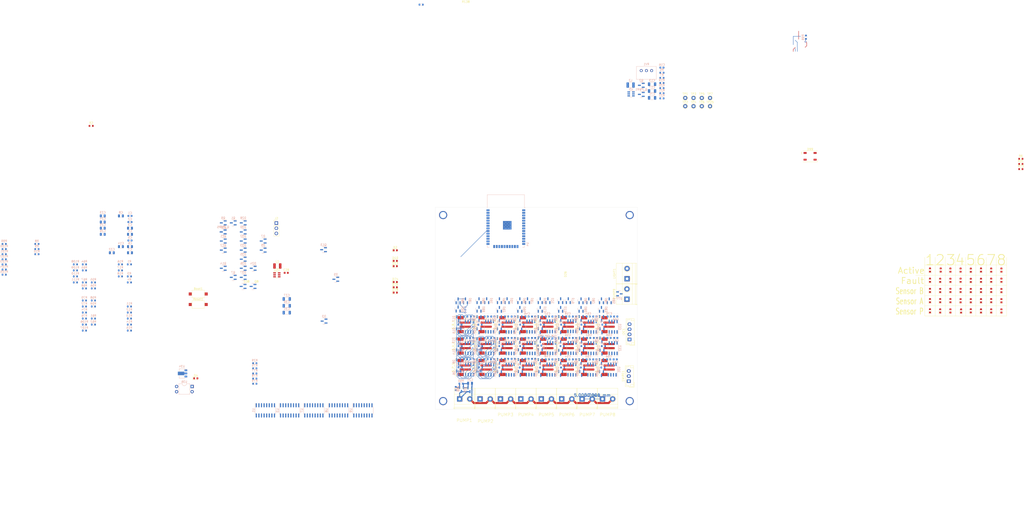
<source format=kicad_pcb>
(kicad_pcb (version 20221018) (generator pcbnew)
  (layers (0 "F.Cu" signal) (1 "In1.Cu" signal) (2 "In2.Cu" signal) (31 "B.Cu" signal) (34 "B.Paste" user) (35 "F.Paste" user) (36 "B.SilkS" user "B.Silkscreen") (37 "F.SilkS" user "F.Silkscreen") (38 "B.Mask" user) (39 "F.Mask" user) (44 "Edge.Cuts" user))
  (net 0 "")
  (net 1 "Net-(U4-IO0)")
  (net 2 "Net-(U4-EN)")
  (net 3 "12V")
  (net 4 "GND")
  (net 5 "Net-(S_A_1-Pin_1)")
  (net 6 "Net-(U10-CV)")
  (net 7 "Net-(D2-A)")
  (net 8 "Net-(D12-A)")
  (net 10 "3_3V")
  (net 11 "Temp")
  (net 13 "Net-(S_B_1-Pin_1)")
  (net 14 "Net-(D21-A)")
  (net 15 "Net-(U22-EN)")
  (net 16 "Net-(U22-BST)")
  (net 17 "Net-(U22-SW)")
  (net 18 "Net-(PUMP2-Pin_1)")
  (net 19 "PUMP_ENABLE")
  (net 20 "SENSORS_ENABLE")
  (net 21 "Net-(PUMP3-Pin_1)")
  (net 22 "Net-(PUMP4-Pin_1)")
  (net 23 "Net-(PUMP1-Pin_1)")
  (net 24 "Net-(PUMP5-Pin_1)")
  (net 25 "Net-(PUMP6-Pin_1)")
  (net 26 "Net-(PUMP7-Pin_1)")
  (net 27 "Net-(PUMP8-Pin_1)")
  (net 28 "SIGNAL_NEXT")
  (net 29 "SerialOut")
  (net 30 "Clock")
  (net 31 "Latch")
  (net 32 "Net-(Q1-G)")
  (net 33 "Net-(D13-A)")
  (net 35 "ESP_RX")
  (net 36 "ESP_TX")
  (net 37 "Net-(Boot1-Pad2)")
  (net 38 "PWR_I2C")
  (net 39 "SDA")
  (net 40 "SCL")
  (net 42 "Net-(D26-A)")
  (net 43 "Net-(D10-K)")
  (net 44 "Net-(Q5-G)")
  (net 46 "Net-(Q7-G)")
  (net 47 "Net-(Q8-G)")
  (net 48 "Net-(Q9-G)")
  (net 49 "Net-(Q10-G)")
  (net 50 "Net-(Q11-G)")
  (net 51 "Net-(Q12-G)")
  (net 52 "Net-(Q12-D)")
  (net 53 "Net-(Q13-G)")
  (net 54 "Net-(Q14-G)")
  (net 55 "Net-(D78-A)")
  (net 56 "CentralPump")
  (net 57 "Net-(D79-A)")
  (net 58 "Net-(Q_PWR5-G)")
  (net 59 "Net-(C5-Pad2)")
  (net 60 "Net-(I2C2-A)")
  (net 62 "Net-(U11-CV)")
  (net 63 "Net-(D19-A)")
  (net 64 "PUMP1")
  (net 65 "Net-(D23-A)")
  (net 66 "PUMP3")
  (net 67 "Net-(D80-A)")
  (net 68 "Net-(R14-Pad2)")
  (net 69 "PUMP4")
  (net 70 "PUMP5")
  (net 71 "PUMP6")
  (net 72 "PUMP7")
  (net 73 "PUMP8")
  (net 74 "PUMP2")
  (net 94 "SIGNAL")
  (net 95 "SerialIn")
  (net 97 "SENSOR1_PUMP_END")
  (net 98 "SENSOR1_A")
  (net 99 "SENSOR1_B")
  (net 100 "SENSOR2_PUMP_END")
  (net 101 "SENSOR2_A")
  (net 102 "SENSOR2_B")
  (net 103 "SENSOR3_PUMP_END")
  (net 104 "SENSOR3_A")
  (net 105 "SENSOR3_B")
  (net 106 "SENSOR4_PUMP_END")
  (net 107 "SENSOR4_A")
  (net 108 "SENSOR4_B")
  (net 109 "SENSOR5_PUMP_END")
  (net 110 "SENSOR5_A")
  (net 111 "SENSOR5_B")
  (net 112 "SENSOR6_PUMP_END")
  (net 113 "SENSOR6_A")
  (net 114 "SENSOR6_B")
  (net 115 "SENSOR7_PUMP_END")
  (net 116 "SENSOR7_A")
  (net 117 "SENSOR7_B")
  (net 118 "SENSOR8_PUMP_END")
  (net 119 "SENSOR8_A")
  (net 120 "SENSOR8_B")
  (net 121 "Net-(D13-K)")
  (net 122 "Net-(R29-Pad2)")
  (net 123 "Net-(D10-A)")
  (net 124 "Net-(D2-K)")
  (net 125 "Net-(S_P_2-Pin_1)")
  (net 126 "Net-(U12-CV)")
  (net 127 "Net-(S_A_2-Pin_1)")
  (net 128 "Net-(U13-CV)")
  (net 129 "Net-(U2-CV)")
  (net 130 "Net-(S_B_2-Pin_1)")
  (net 131 "Net-(U14-CV)")
  (net 132 "Net-(S_P_3-Pin_1)")
  (net 133 "Net-(U15-CV)")
  (net 134 "Net-(S_A_3-Pin_1)")
  (net 135 "Net-(U16-CV)")
  (net 136 "Net-(S_B_3-Pin_1)")
  (net 137 "Net-(U17-CV)")
  (net 138 "Net-(S_P_4-Pin_1)")
  (net 139 "Net-(U18-CV)")
  (net 140 "Net-(S_A_4-Pin_1)")
  (net 141 "Net-(U19-CV)")
  (net 142 "Net-(S_B_4-Pin_1)")
  (net 143 "Net-(U20-CV)")
  (net 144 "Net-(S_P_5-Pin_1)")
  (net 145 "Net-(U21-CV)")
  (net 146 "Net-(S_A_5-Pin_1)")
  (net 147 "Net-(U23-CV)")
  (net 148 "Net-(P_FAULT1-K)")
  (net 149 "Net-(P_FAULT2-K)")
  (net 150 "Net-(P_FAULT3-K)")
  (net 151 "Net-(P_FAULT4-K)")
  (net 152 "Net-(P_FAULT5-K)")
  (net 153 "Net-(P_FAULT6-K)")
  (net 154 "Net-(P_FAULT7-K)")
  (net 155 "Net-(P_FAULT8-K)")
  (net 156 "Net-(S_B_5-Pin_1)")
  (net 157 "Net-(U24-CV)")
  (net 158 "Net-(S_P_6-Pin_1)")
  (net 159 "Net-(U25-CV)")
  (net 160 "Net-(S_A_6-Pin_1)")
  (net 161 "Net-(U26-CV)")
  (net 162 "Net-(S_B_6-Pin_1)")
  (net 163 "Net-(U27-CV)")
  (net 164 "Net-(S_P_7-Pin_1)")
  (net 165 "Net-(U28-CV)")
  (net 166 "Net-(S_A_7-Pin_1)")
  (net 167 "Net-(U29-CV)")
  (net 168 "Net-(S_B_7-Pin_1)")
  (net 169 "Net-(U30-CV)")
  (net 170 "Net-(S_P_8-Pin_1)")
  (net 171 "Net-(U31-CV)")
  (net 172 "Net-(S_A_8-Pin_1)")
  (net 173 "Net-(U32-CV)")
  (net 174 "Net-(S_B_8-Pin_1)")
  (net 175 "Net-(U33-CV)")
  (net 176 "Net-(S_P_1-Pin_1)")
  (net 177 "Net-(S_P_1-Pin_2)")
  (net 178 "Net-(S_A_1-Pin_2)")
  (net 179 "Net-(S_B_1-Pin_2)")
  (net 180 "Net-(S_P_2-Pin_2)")
  (net 181 "Net-(S_A_2-Pin_2)")
  (net 182 "Net-(S_B_2-Pin_2)")
  (net 183 "Net-(S_P_3-Pin_2)")
  (net 184 "Net-(S_A_3-Pin_2)")
  (net 185 "Net-(S_B_3-Pin_2)")
  (net 186 "Net-(S_P_4-Pin_2)")
  (net 187 "Net-(S_A_4-Pin_2)")
  (net 188 "Net-(S_B_4-Pin_2)")
  (net 189 "Net-(S_P_5-Pin_2)")
  (net 190 "Net-(S_A_5-Pin_2)")
  (net 191 "Net-(S_B_5-Pin_2)")
  (net 192 "Net-(S_P_6-Pin_2)")
  (net 193 "Net-(S_A_6-Pin_2)")
  (net 194 "Net-(S_B_6-Pin_2)")
  (net 195 "Net-(S_P_7-Pin_2)")
  (net 196 "Net-(S_A_7-Pin_2)")
  (net 197 "Net-(S_B_7-Pin_2)")
  (net 198 "Net-(S_P_8-Pin_2)")
  (net 199 "Net-(S_A_8-Pin_2)")
  (net 200 "Net-(S_B_8-Pin_2)")
  (net 201 "Net-(D81-A)")
  (net 203 "Net-(D82-A)")
  (net 205 "Net-(D83-A)")
  (net 207 "Net-(D84-A)")
  (net 209 "Net-(D85-A)")
  (net 211 "Net-(D86-A)")
  (net 213 "Net-(D87-A)")
  (net 215 "Net-(D88-A)")
  (net 217 "Net-(D89-A)")
  (net 219 "Net-(D90-A)")
  (net 221 "Net-(D91-A)")
  (net 223 "Net-(D92-A)")
  (net 249 "Net-(D74-K)")
  (net 250 "S_5V")
  (net 251 "Net-(D76-A)")
  (net 252 "Net-(R77-Pad2)")
  (net 253 "IsDay")
  (net 254 "Net-(R78-Pad2)")
  (net 255 "S_GND")
  (net 256 "S_VIN")
  (net 257 "Net-(D76-K)")
  (net 258 "Net-(D93-A)")
  (net 260 "Net-(D94-A)")
  (net 262 "Net-(D95-A)")
  (net 264 "Net-(D96-A)")
  (net 266 "Net-(D97-A)")
  (net 268 "Net-(P_FAULT1-A)")
  (net 269 "Net-(P_FAULT2-A)")
  (net 270 "Net-(P_FAULT3-A)")
  (net 271 "Net-(P_FAULT4-A)")
  (net 272 "Net-(P_FAULT5-A)")
  (net 273 "Net-(P_FAULT6-A)")
  (net 274 "Net-(P_FAULT7-A)")
  (net 275 "Net-(P_FAULT8-A)")
  (net 276 "Net-(U35A-+)")
  (net 277 "5K_12V")
  (net 278 "1K_GND")
  (net 279 "Net-(U1-QH')")
  (net 281 "Net-(U3-QH')")
  (net 283 "Net-(U7-QH')")
  (net 285 "Net-(U8-QH')")
  (net 288 "Net-(U5-EN)")
  (net 289 "Net-(U5-BST)")
  (net 290 "Net-(U5-SW)")
  (net 291 "Net-(Q2-G)")
  (net 292 "Net-(Q2-D)")
  (net 293 "Net-(Q_PWR1-G)")
  (net 294 "Net-(Q_PWR1-D)")
  (net 295 "LED_ENABLE")
  (net 296 "Net-(I2C3-A)")
  (net 297 "Net-(R24-Pad2)")
  (net 298 "Net-(U5-FB)")
  (net 299 "Net-(LIGHT1-Pin_2)")
  (footprint "Button_Switch_SMD:SW_SPST_CK_RS282G05A3" (layer "F.Cu") (at 53.975 88.285)
    (fp_text reference "Reset1")
    (fp_text value "SW_Push")
  )
  (footprint "LED_SMD:LED_0603_1608Metric" (layer "F.Cu") (at 422.58 86.3825 90)
    (fp_text reference "SD31" hide)
    (fp_text value "GREEN")
  )
  (footprint "LED_SMD:LED_0603_1608Metric" (layer "F.Cu") (at 427.58 81.3825 90)
    (fp_text reference "SD35" hide)
    (fp_text value "GREEN")
  )
  (footprint "LED_SMD:LED_0603_1608Metric" (layer "F.Cu") (at 150.55 66.91)
    (fp_text reference "D10")
    (fp_text value "RED")
  )
  (footprint "Button_Switch_SMD:SW_SPST_CK_RS282G05A3" (layer "F.Cu") (at 53.975 83.135)
    (fp_text reference "Boot1")
    (fp_text value "Boot")
  )
  (footprint "LED_SMD:LED_0603_1608Metric" (layer "F.Cu") (at 412.58 76.3825 90)
    (fp_text reference "P_FAULT1" hide)
    (fp_text value "RED")
  )
  (footprint "Connector_JST:JST_PH_B2B-PH-SM4-TB_1x02-1MP_P2.00mm_Vertical" (layer "F.Cu") (at 224.83 119.17 90)
    (fp_text reference "S_P_5")
    (fp_text value "Conn_01x02_Male")
  )
  (footprint "LED_SMD:LED_0603_1608Metric" (layer "F.Cu") (at 422.58 76.42 90)
    (fp_text reference "P_FAULT3" hide)
    (fp_text value "RED")
  )
  (footprint "Connector_JST:JST_PH_B2B-PH-SM4-TB_1x02-1MP_P2.00mm_Vertical" (layer "F.Cu") (at 244.83 98.17 90)
    (fp_text reference "S_B_7")
    (fp_text value "Conn_01x02_Male")
  )
  (footprint "LED_SMD:LED_0603_1608Metric" (layer "F.Cu") (at 412.58 81.3825 90)
    (fp_text reference "SD26" hide)
    (fp_text value "GREEN")
  )
  (footprint "LED_SMD:LED_0603_1608Metric" (layer "F.Cu") (at 150.55 69.5)
    (fp_text reference "D13")
    (fp_text value "GREEN")
  )
  (footprint "LED_SMD:LED_0603_1608Metric" (layer "F.Cu") (at 417.58 81.42 90)
    (fp_text reference "SD29" hide)
    (fp_text value "GREEN")
  )
  (footprint "Connector_JST:JST_PH_B2B-PH-SM4-TB_1x02-1MP_P2.00mm_Vertical" (layer "F.Cu") (at 254.83 108.67 90)
    (fp_text reference "S_A_8")
    (fp_text value "Conn_01x02_Male")
  )
  (footprint "TerminalBlock_Phoenix:TerminalBlock_Phoenix_MKDS-1,5-2_1x02_P5.00mm_Horizontal" (layer "F.Cu") (at 232.08 134.575)
    (fp_text reference "PUMP6")
    (fp_text value "Conn_01x02")
  )
  (footprint "TerminalBlock_Phoenix:TerminalBlock_Phoenix_MKDS-1,5-2_1x02_P5.00mm_Horizontal" (layer "F.Cu") (at 242.08 134.575)
    (fp_text reference "PUMP7")
    (fp_text value "Conn_01x02")
  )
  (footprint "TerminalBlock_Phoenix:TerminalBlock_Phoenix_MKDS-1,5-2_1x02_P5.00mm_Horizontal" (layer "F.Cu") (at 264.08 85.67 90)
    (fp_text reference "PUMP9")
    (fp_text value "Conn_01x02")
  )
  (footprint "Connector_JST:JST_PH_B2B-PH-SM4-TB_1x02-1MP_P2.00mm_Vertical" (layer "F.Cu") (at 194.58 98.17 90)
    (fp_text reference "S_B_2")
    (fp_text value "Conn_01x02_Male")
  )
  (footprint "LED_SMD:LED_0603_1608Metric" (layer "F.Cu") (at 150.55 79.86)
    (fp_text reference "D76")
    (fp_text value "YELLOW")
  )
  (footprint "Connector_JST:JST_EH_B3B-EH-A_1x03_P2.50mm_Vertical" (layer "F.Cu") (at 264.98 125.87 90)
    (fp_text reference "1WIRE1")
    (fp_text value "Conn_01x03")
  )
  (footprint "Resistor_SMD:R_0603_1608Metric" (layer "F.Cu") (at 457.1025 19.42)
    (fp_text reference "R31")
    (fp_text value "10k")
  )
  (footprint "LED_SMD:LED_0603_1608Metric" (layer "F.Cu") (at 432.58 86.42 90)
    (fp_text reference "SD37" hide)
    (fp_text value "GREEN")
  )
  (footprint "Connector_JST:JST_EH_B4B-EH-A_1x04_P2.50mm_Vertical" (layer "F.Cu") (at 265.33 105.42 90)
    (fp_text reference "I2C1")
    (fp_text value "Conn_01x04")
  )
  (footprint "LED_SMD:LED_0603_1608Metric" (layer "F.Cu") (at 150.55 61.73)
    (fp_text reference "D2")
    (fp_text value "YELLOW")
  )
  (footprint "Resistor_SMD:R_0603_1608Metric" (layer "F.Cu") (at 457.1025 21.93)
    (fp_text reference "R73")
    (fp_text value "10k")
  )
  (footprint "Inductor_SMD:L_1210_3225Metric" (layer "F.Cu") (at 92.745 69.415)
    (fp_text reference "L1")
    (fp_text value "4.7uH")
  )
  (footprint "LED_SMD:LED_0603_1608Metric" (layer "F.Cu") (at 437.58 71.3825 90)
    (fp_text reference "PUMP_D6" hide)
    (fp_text value "BLUE")
  )
  (footprint "Connector_JST:JST_PH_B2B-PH-SM4-TB_1x02-1MP_P2.00mm_Vertical" (layer "F.Cu") (at 244.83 119.17 90)
    (fp_text reference "S_P_7")
    (fp_text value "Conn_01x02_Male")
  )
  (footprint "LED_SMD:LED_0603_1608Metric" (layer "F.Cu") (at 427.58 76.3825 90)
    (fp_text reference "P_FAULT4" hide)
    (fp_text value "RED")
  )
  (footprint "LED_SMD:LED_0603_1608Metric" (layer "F.Cu") (at 427.58 86.42 90)
    (fp_text reference "SD34" hide)
    (fp_text value "GREEN")
  )
  (footprint "TestPoint:TestPoint_THTPad_D2.0mm_Drill1.0mm" (layer "F.Cu") (at 300.75 -12.94)
    (fp_text reference "TP5")
    (fp_text value "IsDay")
  )
  (footprint "LED_SMD:LED_0603_1608Metric" (layer "F.Cu") (at 437.58 76.42 90)
    (fp_text reference "P_FAULT6" hide)
    (fp_text value "RED")
  )
  (footprint "Connector_JST:JST_PH_B2B-PH-SM4-TB_1x02-1MP_P2.00mm_Vertical" (layer "F.Cu") (at 224.83 108.67 90)
    (fp_text reference "S_A_5")
    (fp_text value "Conn_01x02_Male")
  )
  (footprint "LED_SMD:LED_0603_1608Metric" (layer "F.Cu") (at 412.58 86.3825 90)
    (fp_text reference "SD25" hide)
    (fp_text value "GREEN")
  )
  (footprint "TerminalBlock_Phoenix:TerminalBlock_Phoenix_MKDS-1,5-2_1x02_P5.00mm_Horizontal" (layer "F.Cu") (at 222.08 134.575)
    (fp_text reference "PUMP5")
    (fp_text value "Conn_01x02")
  )
  (footprint "LED_SMD:LED_0603_1608Metric" (layer "F.Cu") (at 417.83 71.3825 90)
    (fp_text reference "PUMP_D2" hide)
    (fp_text value "BLUE")
  )
  (footprint "TestPoint:TestPoint_THTPad_D2.0mm_Drill1.0mm" (layer "F.Cu") (at 304.8 -12.94)
    (fp_text reference "TP7")
    (fp_text value "Feedback_LED")
  )
  (footprint "Connector_JST:JST_PH_B2B-PH-SM4-TB_1x02-1MP_P2.00mm_Vertical" (layer "F.Cu") (at 184.33 119.17 90)
    (fp_text reference "S_P_1")
    (fp_text value "Conn_01x02_Male")
  )
  (footprint "LED_SMD:LED_0603_1608Metric" (layer "F.Cu") (at 412.58 91.3825 90)
    (fp_text reference "SD1" hide)
    (fp_text value "GREEN")
  )
  (footprint "TestPoint:TestPoint_THTPad_D2.0mm_Drill1.0mm" (layer "F.Cu") (at 296.7 -12.94)
    (fp_text reference "TP3")
    (fp_text value "Solar_3V3 LDO")
  )
  (footprint "LED_SMD:LED_0603_1608Metric" (layer "F.Cu") (at 442.58 86.3825 90)
    (fp_text reference "SD43" hide)
    (fp_text value "GREEN")
  )
  (footprint "TerminalBlock_Phoenix:TerminalBlock_Phoenix_MKDS-1,5-2_1x02_P5.00mm_Horizontal" (layer "F.Cu") (at 212.08 134.575)
    (fp_text reference "PUMP4")
    (fp_text value "Conn_01x02")
  )
  (footprint "LED_SMD:LED_0603_1608Metric" (layer "F.Cu") (at 447.58 91.42 90)
    (fp_text reference "SD45" hide)
    (fp_text value "GREEN")
  )
  (footprint "LED_SMD:LED_0603_1608Metric" (layer "F.Cu") (at 412.58 71.3825 90)
    (fp_text reference "PUMP_D1" hide)
    (fp_text value "BLUE" hide)
  )
  (footprint "TerminalBlock_Phoenix:TerminalBlock_Phoenix_MKDS-1,5-2_1x02_P5.00mm_Horizontal" (layer "F.Cu") (at 192.08 134.575)
    (fp_text reference "PUMP2")
    (fp_text value "Conn_01x02")
  )
  (footprint "TestPoint:TestPoint_THTPad_D2.0mm_Drill1.0mm" (layer "F.Cu") (at 300.75 -8.89)
    (fp_text reference "TP6")
    (fp_text value "LED_-")
  )
  (footprint "Resistor_SMD:R_0603_1608Metric" (layer "F.Cu") (at 1.505 0.755)
    (fp_text reference "R2")
    (fp_text value "5k")
  )
  (footprint "TerminalBlock_Phoenix:TerminalBlock_Phoenix_MKDS-1,5-2_1x02_P5.00mm_Horizontal" (layer "F.Cu") (at 252.08 134.575)
    (fp_text reference "PUMP8")
    (fp_text value "Conn_01x02")
  )
  (footprint "LED_SMD:LED_0603_1608Metric" (layer "F.Cu") (at 422.58 81.3825 90)
    (fp_text reference "SD32" hide)
    (fp_text value "GREEN")
  )
  (footprint "Connector_JST:JST_PH_B2B-PH-SM4-TB_1x02-1MP_P2.00mm_Vertical" (layer "F.Cu") (at 254.83 119.17 90)
    (fp_text reference "S_P_8")
    (fp_text value "Conn_01x02_Male")
  )
  (footprint "LED_SMD:LED_0603_1608Metric" (layer "F.Cu") (at 437.58 86.42 90)
    (fp_text reference "SD40" hide)
    (fp_text value "GREEN")
  )
  (footprint "LED_SMD:LED_0603_1608Metric" (layer "F.Cu") (at 417.58 91.42 90)
    (fp_text reference "SD27" hide)
    (fp_text value "GREEN")
  )
  (footprint "Connector_JST:JST_PH_B2B-PH-SM4-TB_1x02-1MP_P2.00mm_Vertical" (layer "F.Cu") (at 184.33 108.67 90)
    (fp_text reference "S_A_1")
    (fp_text value "Conn_01x02_Male")
  )
  (footprint "LED_SMD:LED_0603_1608Metric" (layer "F.Cu") (at 427.58 71.42 90)
    (fp_text reference "PUMP_D4" hide)
    (fp_text value "BLUE")
  )
  (footprint "Connector_JST:JST_PH_B2B-PH-SM4-TB_1x02-1MP_P2.00mm_Vertical" (layer "F.Cu") (at 234.83 98.17 90)
    (fp_text reference "S_B_6")
    (fp_text value "Conn_01x02_Male")
  )
  (footprint "LED_SMD:LED_0603_1608Metric" (layer "F.Cu") (at 432.58 81.42 90)
    (fp_text reference "SD38" hide)
    (fp_text value "GREEN")
  )
  (footprint "LED_SMD:LED_0603_1608Metric" (layer "F.Cu") (at 422.58 91.42 90)
    (fp_text reference "SD30" hide)
    (fp_text value "GREEN")
  )
  (footprint "LED_SMD:LED_0603_1608Metric" (layer "F.Cu") (at 432.58 91.3825 90)
    (fp_text reference "SD36" hide)
    (fp_text value "GREEN")
  )
  (footprint "Connector_JST:JST_PH_B2B-PH-SM4-TB_1x02-1MP_P2.00mm_Vertical" (layer "F.Cu") (at 194.58 119.17 90)
    (fp_text reference "S_P_2")
    (fp_text value "Conn_01x02_Male")
  )
  (footprint "LED_SMD:LED_0603_1608Metric" (layer "F.Cu") (at 437.58 81.42 90)
    (fp_text reference "SD41" hide)
    (fp_text value "GREEN")
  )
  (footprint "LED_SMD:LED_0603_1608Metric" (layer "F.Cu") (at 442.58 71.42 90)
    (fp_text reference "PUMP_D7" hide)
    (fp_text value "BLUE")
  )
  (footprint "LED_SMD:LED_0603_1608Metric" (layer "F.Cu") (at 432.58 76.4575 90)
    (fp_text reference "P_FAULT5" hide)
    (fp_text value "RED")
  )
  (footprint "TestPoint:TestPoint_THTPad_D2.0mm_Drill1.0mm" (layer "F.Cu") (at 304.8 -8.89)
    (fp_text reference "TP25")
    (fp_text value "TestPoint")
  )
  (footprint "LED_SMD:LED_0603_1608Metric" (layer "F.Cu") (at 417.58 76.42 90)
    (fp_text reference "P_FAULT2" hide)
    (fp_text value "RED")
  )
  (footprint "LED_SMD:LED_0603_1608Metric" (layer "F.Cu") (at 427.83 91.4575 90)
    (fp_text reference "SD33" hide)
    (fp_text value "GREEN")
  )
  (footprint "Connector_JST:JST_PH_B2B-PH-SM4-TB_1x02-1MP_P2.00mm_Vertical" (layer "F.Cu") (at 254.83 98.17 90)
    (fp_text reference "S_B_8")
    (fp_text value "Conn_01x02_Male")
  )
  (footprint "Connector_JST:JST_PH_B2B-PH-SM4-TB_1x02-1MP_P2.00mm_Vertical" (layer "F.Cu") (at 214.83 119.17 90)
    (fp_text reference "S_P_4")
    (fp_text value "Conn_01x02_Male")
  )
  (footprint "Connector_JST:JST_PH_B2B-PH-SM4-TB_1x02-1MP_P2.00mm_Vertical" (layer "F.Cu") (at 204.83 119.17 90)
    (fp_text reference "S_P_3")
    (fp_text value "Conn_01x02_Male")
  )
  (footprint "Connector_JST:JST_PH_B2B-PH-SM4-TB_1x02-1MP_P2.00mm_Vertical" (layer "F.Cu") (at 184.33 98.17 90)
    (fp_text reference "S_B_1")
    (fp_text value "Conn_01x02_Male")
  )
  (footprint "Connector_JST:JST_PH_B2B-PH-SM4-TB_1x02-1MP_P2.00mm_Vertical" (layer "F.Cu") (at 214.83 108.67 90)
    (fp_text reference "S_A_4")
    (fp_text value "Conn_01x02_Male")
  )
  (footprint "LED_SMD:LED_WS2812B_PLCC4_5.0x5.0mm_P3.2mm" (layer "F.Cu") (at 353.83 15.67)
    (fp_text reference "D99")
    (fp_text value "WS2812B")
  )
  (footprint "TerminalBlock_Phoenix:TerminalBlock_Phoenix_MKDS-1,5-2_1x02_P5.00mm_Horizontal" (layer "F.Cu") (at 264.135 75.67 90)
    (fp_text reference "LIGHT1")
    (fp_text value "Conn_01x02")
  )
  (footprint "LED_SMD:LED_0603_1608Metric" (layer "F.Cu") (at 150.55 77.27)
    (fp_text reference "D74")
    (fp_text value "GREEN")
  )
  (footprint "Connector_JST:JST_PH_B2B-PH-SM4-TB_1x02-1MP_P2.00mm_Vertical" (layer "F.Cu") (at 224.83 98.17 90)
    (fp_text reference "S_B_5")
    (fp_text value "Conn_01x02_Male")
  )
  (footprint "LED_SMD:LED_0603_1608Metric" (layer "F.Cu") (at 422.58 71.42 90)
    (fp_text reference "PUMP_D3" hide)
    (fp_text value "BLUE")
  )
  (footprint "TestPoint:TestPoint_THTPad_D2.0mm_Drill1.0mm" (layer "F.Cu") (at 292.65 -12.94)
    (fp_text reference "TP1")
    (fp_text value "Solar_IN")
  )
  (footprint "LED_SMD:LED_0603_1608Metric" (layer "F.Cu") (at 447.58 76.3825 90)
    (fp_text reference "P_FAULT8" hide)
    (fp_text value "RED")
  )
  (footprint "LED_SMD:LED_0603_1608Metric" (layer "F.Cu") (at 150.55 82.45)
    (fp_text reference "D78")
    (fp_text value "BLUE")
  )
  (footprint "TestPoint:TestPoint_THTPad_D2.0mm_Drill1.0mm" (layer "F.Cu") (at 296.7 -8.89)
    (fp_text reference "TP4")
    (fp_text value "LED_+")
  )
  (footprint "Connector_PinHeader_2.54mm:PinHeader_1x03_P2.54mm_Vertical" (layer "F.Cu") (at 92.265 48.385)
    (fp_text reference "J2")
    (fp_text value "Conn_01x03_Female")
  )
  (footprint "Connector_JST:JST_PH_B2B-PH-SM4-TB_1x02-1MP_P2.00mm_Vertical" (layer "F.Cu") (at 204.83 108.67 90)
    (fp_text reference "S_A_3")
    (fp_text value "Conn_01x02_Male")
  )
  (footprint "Connector_JST:JST_PH_B2B-PH-SM4-TB_1x02-1MP_P2.00mm_Vertical" (layer "F.Cu") (at 234.83 108.67 90)
    (fp_text reference "S_A_6")
    (fp_text value "Conn_01x02_Male")
  )
  (footprint "TerminalBlock_Phoenix:TerminalBlock_Phoenix_MKDS-1,5-2_1x02_P5.00mm_Horizontal" (layer "F.Cu") (at 182.08 134.575)
    (fp_text reference "PUMP1")
    (fp_text value "Conn_01x02")
  )
  (footprint "Connector_JST:JST_PH_B2B-PH-SM4-TB_1x02-1MP_P2.00mm_Vertical" (layer "F.Cu") (at 194.58 108.67 90)
    (fp_text reference "S_A_2")
    (fp_text value "Conn_01x02_Male")
  )
  (footprint "TerminalBlock_Phoenix:TerminalBlock_Phoenix_MKDS-1,5-2_1x02_P5.00mm_Horizontal" (layer "F.Cu") (at 202.08 134.575)
    (fp_text reference "PUMP3")
    (fp_text value "Conn_01x02")
  )
  (footprint "LED_SMD:LED_0603_1608Metric" (layer "F.Cu") (at 432.58 71.4575 90)
    (fp_text reference "PUMP_D5" hide)
    (fp_text value "BLUE")
  )
  (footprint "LED_SMD:LED_0603_1608Metric" (layer "F.Cu") (at 447.58 71.42 90)
    (fp_text reference "PUMP_D8" hide)
    (fp_text value "BLUE")
  )
  (footprint "TestPoint:TestPoint_THTPad_D2.0mm_Drill1.0mm" (layer "F.Cu") (at 292.65 -8.89)
    (fp_text reference "TP2")
    (fp_text value "Solar_GND")
  )
  (footprint "LED_SMD:LED_0603_1608Metric" (layer "F.Cu") (at 447.58 81.4575 90)
    (fp_text reference "SD47" hide)
    (fp_text value "GREEN")
  )
  (footprint "LED_SMD:LED_0603_1608Metric" (layer "F.Cu") (at 447.58 86.42 90)
    (fp_text reference "SD46" hide)
    (fp_text value "GREEN")
  )
  (footprint "Capacitor_SMD:C_0603_1608Metric" (layer "F.Cu") (at 97.095 72.775)
    (fp_text reference "C28")
    (fp_text value "100nF")
  )
  (footprint "Connector_JST:JST_PH_B2B-PH-SM4-TB_1x02-1MP_P2.00mm_Vertical" (layer "F.Cu") (at 214.83 98.17 90)
    (fp_text reference "S_B_4")
    (fp_text value "Conn_01x02_Male")
  )
  (footprint "LED_SMD:LED_0603_1608Metric" (layer "F.Cu") (at 417.58 86.3825 90)
    (fp_text reference "SD28" hide)
    (fp_text value "GREEN")
  )
  (footprint "Connector_JST:JST_PH_B2B-PH-SM4-TB_1x02-1MP_P2.00mm_Vertical" (layer "F.Cu") (at 244.83 108.67 90)
    (fp_text reference "S_A_7")
    (fp_text value "Conn_01x02_Male")
  )
  (footprint "LED_SMD:LED_0603_1608Metric" (layer "F.Cu") (at 52.78 124.47)
    (fp_text reference "D4")
    (fp_text value "RED")
  )
  (footprint "Package_TO_SOT_SMD:TSOT-23-6" (layer "F.Cu") (at 92.515 73.745)
    (fp_text reference "U22")
    (fp_text value "AP63203")
  )
  (footprint "Connector_JST:JST_PH_B2B-PH-SM4-TB_1x02-1MP_P2.00mm_Vertical" (layer "F.Cu") (at 234.83 119.17 90)
    (fp_text reference "S_P_6")
    (fp_text value "Conn_01x02_Male")
  )
  (footprint "LED_SMD:LED_0603_1608Metric" (layer "F.Cu") (at 442.58 76.3825 90)
    (fp_text reference "P_FAULT7" hide)
    (fp_text value "RED")
  )
  (footprint "Resistor_SMD:R_0603_1608Metric" (layer "F.Cu") (at 457.1025 16.91)
    (fp_text reference "R6")
    (fp_text value "10k")
  )
  (footprint "LED_SMD:LED_0603_1608Metric" (layer "F.Cu") (at 442.58 91.42 90)
    (fp_text reference "SD42" hide)
    (fp_text value "GREEN")
  )
  (footprint "LED_SMD:LED_0603_1608Metric" (layer "F.Cu") (at 437.58 91.42 90)
    (fp_text reference "SD39" hide)
    (fp_text value "GREEN")
  )
  (footprint "Connector_JST:JST_PH_B2B-PH-SM4-TB_1x02-1MP_P2.00mm_Vertical" (layer "F.Cu") (at 204.83 98.17 90)
    (fp_text reference "S_B_3")
    (fp_text value "Conn_01x02_Male")
  )
  (footprint "LED_SMD:LED_0603_1608Metric" (layer "F.Cu") (at 442.58 81.3825 90)
    (fp_text reference "SD44" hide)
    (fp_text value "GREEN")
  )
  (footprint "Package_TO_SOT_SMD:SOT-23" (layer "B.Cu") (at 85.795478 61.635 180)
    (fp_text reference "D9")
    (fp_text value "BAT54S")
  )
  (footprint "Package_TO_SOT_SMD:SOT-23" (layer "B.Cu") (at 211.58 105.92 -90)
    (fp_text reference "D47")
    (fp_text value "BAT54S")
  )
  (footprint "Package_TO_SOT_SMD:SOT-23" (layer "B.Cu") (at 75.944048 79.435 180)
    (fp_text reference "Q8")
    (fp_text value "N-channel 30V 5A")
  )
  (footprint "Inductor_SMD:L_1210_3225Metric" (layer "B.Cu") (at 265.865832 -19.25 180)
    (fp_text reference "L2")
    (fp_text value "4.7uH")
  )
  (footprint "Package_SO:SO-8_3.9x4.9mm_P1.27mm" (layer "B.Cu") (at 196.83 120.17 90)
    (fp_text reference "U12")
    (fp_text value "TLC555xP")
  )
  (footprint "Capacitor_SMD:C_0603_1608Metric" (layer "B.Cu") (at 255.105 115.17 180)
    (fp_text reference "C66")
    (fp_text value "100n")
  )
  (footprint "Package_TO_SOT_SMD:SOT-23" (layer "B.Cu") (at 191.58 86.42 90)
    (fp_text reference "D89")
    (fp_text value "BAT54S")
  )
  (footprint "Capacitor_SMD:C_0603_1608Metric" (layer "B.Cu") (at 20.53 47.88 180)
    (fp_text reference "C2")
    (fp_text value "100n")
  )
  (footprint "Resistor_SMD:R_0603_1608Metric" (layer "B.Cu") (at 20.24 92.22 180)
    (fp_text reference "R12")
    (fp_text value "2k2")
  )
  (footprint "Capacitor_SMD:C_0805_2012Metric" (layer "B.Cu") (at 20.53 59.92 180)
    (fp_text reference "C6")
    (fp_text value "22uf")
  )
  (footprint "Package_SO:SO-8_3.9x4.9mm_P1.27mm" (layer "B.Cu") (at 237.08 98.92 90)
    (fp_text reference "U27")
    (fp_text value "TLC555xP")
  )
  (footprint "Capacitor_SMD:C_0603_1608Metric" (layer "B.Cu") (at 255.355 94.17 180)
    (fp_text reference "C70")
    (fp_text value "100n")
  )
  (footprint "Resistor_SMD:R_0603_1608Metric" (layer "B.Cu") (at -41.11881 73.67 180)
    (fp_text reference "R105")
    (fp_text value "1k")
  )
  (footprint "Package_TO_SOT_SMD:SOT-23" (layer "B.Cu") (at 191.53 121.8075 -90)
    (fp_text reference "D18")
    (fp_text value "BAT54S")
  )
  (footprint "Capacitor_SMD:C_0603_1608Metric" (layer "B.Cu") (at 248.33 94.17)
    (fp_text reference "C63")
    (fp_text value "100n")
  )
  (footprint "Capacitor_SMD:C_0603_1608Metric" (layer "B.Cu") (at 205.08 104.67)
    (fp_text reference "C38")
    (fp_text value "100n")
  )
  (footprint "Capacitor_SMD:C_0805_2012Metric" (layer "B.Cu") (at 16.08 44.87 180)
    (fp_text reference "C8")
    (fp_text value "22uf")
  )
  (footprint "Resistor_SMD:R_0603_1608Metric" (layer "B.Cu") (at 2.6 98.12 180)
    (fp_text reference "R62")
    (fp_text value "10k")
  )
  (footprint "Package_TO_SOT_SMD:SOT-23" (layer "B.Cu") (at 221.83 122.17 -90)
    (fp_text reference "D50")
    (fp_text value "BAT54S")
  )
  (footprint "Package_TO_SOT_SMD:SOT-23" (layer "B.Cu") (at 221.58 116.2325 -90)
    (fp_text reference "D51")
    (fp_text value "BAT54S")
  )
  (footprint "Capacitor_SMD:C_0603_1608Metric" (layer "B.Cu") (at 258.58 94.17)
    (fp_text reference "C69")
    (fp_text value "100n")
  )
  (footprint "Package_TO_SOT_SMD:SOT-23" (layer "B.Cu") (at 76.015478 70.535 180)
    (fp_text reference "D36")
    (fp_text value "BAT54S")
  )
  (footprint "Resistor_SMD:R_0603_1608Metric" (layer "B.Cu") (at 2.6 95.17 180)
    (fp_text reference "R61")
    (fp_text value "1k")
  )
  (footprint "Resistor_SMD:R_0603_1608Metric" (layer "B.Cu") (at 15.83 71.57 180)
    (fp_text reference "R17")
    (fp_text value "1k")
  )
  (footprint "Package_TO_SOT_SMD:SOT-23" (layer "B.Cu") (at 181.33 90.545 90)
    (fp_text reference "D90")
    (fp_text value "BAT54S")
  )
  (footprint "Package_TO_SOT_SMD:SOT-23" (layer "B.Cu") (at 201.58 95.2325 -90)
    (fp_text reference "D43")
    (fp_text value "BAT54S")
  )
  (footprint "RF_Module:ESP32-WROOM-32" (layer "B.Cu") (at 204.73 50.36 180)
    (fp_text reference "U4")
    (fp_text value "ESP32-WROOM-32D")
  )
  (footprint "Capacitor_SMD:C_0603_1608Metric" (layer "B.Cu") (at 235.08 94.17 180)
    (fp_text reference "C58")
    (fp_text value "100n")
  )
  (footprint "Capacitor_SMD:C_0603_1608Metric" (layer "B.Cu") (at 228.33 94.17)
    (fp_text reference "C51")
    (fp_text value "100n")
  )
  (footprint "Package_TO_SOT_SMD:SOT-23" (layer "B.Cu") (at 205.33 86.42 90)
    (fp_text reference "D94")
    (fp_text value "BAT54S")
  )
  (footprint "Resistor_SMD:R_0603_1608Metric" (layer "B.Cu") (at 192.355 119.07 180)
    (fp_text reference "R41")
    (fp_text value "1k")
  )
  (footprint "Package_SO:SOP-16_3.9x9.9mm_P1.27mm" (layer "B.Cu") (at 98.755 140.17 -90)
    (fp_text reference "U3")
    (fp_text value "74HC595")
  )
  (footprint "Resistor_SMD:R_0603_1608Metric" (layer "B.Cu") (at 180.18 129.47 90)
    (fp_text reference "R49")
    (fp_text value "1k")
  )
  (footprint "Capacitor_SMD:C_0603_1608Metric" (layer "B.Cu") (at 215.08 114.92)
    (fp_text reference "C42")
    (fp_text value "100n")
  )
  (footprint "Capacitor_SMD:C_0603_1608Metric" (layer "B.Cu") (at 248.605 104.67)
    (fp_text reference "C61")
    (fp_text value "100n")
  )
  (footprint "Capacitor_SMD:C_0603_1608Metric" (layer "B.Cu") (at 215.08 94.17 180)
    (fp_text reference "C46")
    (fp_text value "100n")
  )
  (footprint "Resistor_SMD:R_0603_1608Metric" (layer "B.Cu") (at -41.11881 63.63 180)
    (fp_text reference "R101")
    (fp_text value "1k")
  )
  (footprint "Capacitor_SMD:C_0603_1608Metric" (layer "B.Cu") (at 198.33 104.67)
    (fp_text reference "C20")
    (fp_text value "100n")
  )
  (footprint "Package_SO:SOP-16_3.9x9.9mm_P1.27mm" (layer "B.Cu") (at 86.885 140.17 -90)
    (fp_text reference "U1")
    (fp_text value "74HC595")
  )
  (footprint "Package_TO_SOT_SMD:SOT-23" (layer "B.Cu") (at 241.83 101.17 -90)
    (fp_text reference "D66")
    (fp_text value "BAT54S")
  )
  (footprint "Package_TO_SOT_SMD:SOT-23" (layer "B.Cu") (at 76.015478 52.735 180)
    (fp_text reference "D30")
    (fp_text value "BAT54S")
  )
  (footprint "Package_TO_SOT_SMD:SOT-23" (layer "B.Cu") (at 221.58 86.42 90)
    (fp_text reference "D19")
    (fp_text value "BAT54S")
  )
  (footprint "Capacitor_SMD:C_1206_3216Metric" (layer "B.Cu") (at 97.355 92.27 180)
    (fp_text reference "C31")
    (fp_text value "22uF")
  )
  (footprint "Resistor_SMD:R_0603_1608Metric" (layer "B.Cu") (at 2.6 80.42 180)
    (fp_text reference "R56")
    (fp_text value "10k")
  )
  (footprint "Resistor_SMD:R_0603_1608Metric" (layer "B.Cu") (at 81.690356 117.075 180)
    (fp_text reference "R29")
    (fp_text value "1k")
  )
  (footprint "Package_TO_SOT_SMD:SOT-23" (layer "B.Cu") (at 80.834048 79.435 180)
    (fp_text reference "D38")
    (fp_text value "BAT54S")
  )
  (footprint "Resistor_SMD:R_0603_1608Metric" (layer "B.Cu") (at 81.690356 119.585 180)
    (fp_text reference "R75")
    (fp_text value "1k")
  )
  (footprint "Package_TO_SOT_SMD:SOT-23" (layer "B.Cu") (at 221.58 90.67 90)
    (fp_text reference "D12")
    (fp_text value "BAT54S")
  )
  (footprint "Resistor_SMD:R_0603_1608Metric" (layer "B.Cu") (at 221.33 108.42 180)
    (fp_text reference "R140")
    (fp_text value "1k")
  )
  (footprint "Package_DIP:DIP-4_W7.62mm" (layer "B.Cu") (at 50.98 128.47 180)
    (fp_text reference "U36")
    (fp_text value "PC817")
  )
  (footprint "Capacitor_SMD:C_0805_2012Metric" (layer "B.Cu") (at 16.08 59.92 180)
    (fp_text reference "C14")
    (fp_text value "22uf")
  )
  (footprint "Resistor_SMD:R_0603_1608Metric" (layer "B.Cu") (at 212.58 98.17 180)
    (fp_text reference "R134")
    (fp_text value "1k")
  )
  (footprint "Resistor_SMD:R_0603_1608Metric" (layer "B.Cu") (at 242.58 98.17 180)
    (fp_text reference "R161")
    (fp_text value "1k")
  )
  (footprint "Resistor_SMD:R_0603_1608Metric" (layer "B.Cu") (at 20.24 74.52 180)
    (fp_text reference "R3")
    (fp_text value "10k")
  )
  (footprint "Resistor_SMD:R_0603_1608Metric" (layer "B.Cu") (at 15.83 74.52 180)
    (fp_text reference "R18")
    (fp_text value "270")
  )
  (footprint "Package_TO_SOT_SMD:SOT-23" (layer "B.Cu") (at 251.58 122.17 -90)
    (fp_text reference "D68")
    (fp_text value "BAT54S")
  )
  (footprint "Package_SO:SO-8_3.9x4.9mm_P1.27mm" (layer "B.Cu") (at 237.08 120.17 90)
    (fp_text reference "U25")
    (fp_text value "TLC555xP")
  )
  (footprint "Package_TO_SOT_SMD:SOT-23" (layer "B.Cu") (at 76.015478 66.085 180)
    (fp_text reference "D35")
    (fp_text value "BAT54S")
  )
  (footprint "Package_TO_SOT_SMD:SOT-23" (layer "B.Cu") (at 66.235478 52.735 180)
    (fp_text reference "Q10")
    (fp_text value "N-channel 30V 5A")
  )
  (footprint "Package_SO:SO-8_3.9x4.9mm_P1.27mm" (layer "B.Cu") (at 216.985 99.095 90)
    (fp_text reference "U20")
    (fp_text value "TLC555xP")
  )
  (footprint "Capacitor_SMD:C_0603_1608Metric" (layer "B.Cu") (at 228.33 104.92)
    (fp_text reference "C49")
    (fp_text value "100n")
  )
  (footprint "Resistor_SMD:R_0603_1608Metric" (layer "B.Cu") (at 222.58 98.17 180)
    (fp_text reference "R143")
    (fp_text value "1k")
  )
  (footprint "Resistor_SMD:R_0603_1608Metric" (layer "B.Cu") (at -6.22 74.52 180)
    (fp_text reference "R110")
    (fp_text value "1k")
  )
  (footprint "Resistor_SMD:R_0603_1608Metric" (layer "B.Cu") (at -1.81 98.12 180)
    (fp_text reference "R106")
    (fp_text value "2.2Ohm (90mW loss)")
  )
  (footprint "Resistor_SMD:R_0603_1608Metric" (layer "B.Cu") (at 281.215832 -22.78 180)
    (fp_text reference "R7")
    (fp_text value "1k")
  )
  (footprint "Package_SO:SO-8_3.9x4.9mm_P1.27mm" (layer "B.Cu") (at 206.83 109.67 90)
    (fp_text reference "U16")
    (fp_text value "TLC555xP")
  )
  (footprint "Capacitor_SMD:C_0805_2012Metric" (layer "B.Cu") (at 7.18 47.88 180)
    (fp_text reference "C24")
    (fp_text value "22uf")
  )
  (footprint "Resistor_SMD:R_0603_1608Metric" (layer "B.Cu") (at -6.22 71.57 180)
    (fp_text reference "R109")
    (fp_text value "5k")
  )
  (footprint "Resistor_SMD:R_0603_1608Metric" (layer "B.Cu") (at -41.11881 68.65 180)
    (fp_text reference "R103")
    (fp_text value "1k")
  )
  (footprint "Capacitor_SMD:C_1206_3216Metric" (layer "B.Cu") (at 97.355 85.57 180)
    (fp_text reference "C27")
    (fp_text value "10uF")
  )
  (footprint "Resistor_SMD:R_0603_1608Metric" (layer "B.Cu") (at 252.33 119.17 180)
    (fp_text reference "R164")
    (fp_text value "1k")
  )
  (footprint "Resistor_SMD:R_0603_1608Metric" (layer "B.Cu") (at 182.78 127.07)
    (fp_text reference "R50")
    (fp_text value "10k")
  )
  (footprint "Package_TO_SOT_SMD:SOT-23" (layer "B.Cu") (at 221.58 111.3575 -90)
    (fp_text reference "D52")
    (fp_text value "BAT54S")
  )
  (footprint "Package_SO:SOP-16_3.9x9.9mm_P1.27mm" (layer "B.Cu") (at 122.735 140.17 -90)
    (fp_text reference "U8")
    (fp_text value "74HC595")
  )
  (footprint "Package_TO_SOT_SMD:SOT-23" (layer "B.Cu") (at 184.93 86.4825 90)
    (fp_text reference "D87")
    (fp_text value "BAT54S")
  )
  (footprint "Resistor_SMD:R_0603_1608Metric" (layer "B.Cu") (at 163.22 -58.66 180)
    (fp_text reference "R138")
    (fp_text value "1k")
  )
  (footprint "Package_SO:SOP-16_3.9x9.9mm_P1.27mm" (layer "B.Cu") (at 110.625 140.17 -90)
    (fp_text reference "U7")
    (fp_text value "74HC595")
  )
  (footprint "Package_SO:SO-8_3.9x4.9mm_P1.27mm" (layer "B.Cu") (at 227.08 109.67 90)
    (fp_text reference "U23")
    (fp_text value "TLC555xP")
  )
  (footprint "Package_TO_SOT_SMD:SOT-23" (layer "B.Cu") (at 115.3925 61.42 180)
    (fp_text reference "Q13")
    (fp_text value "N-channel 30V 5A")
  )
  (footprint "Resistor_SMD:R_0603_1608Metric" (layer "B.Cu") (at -6.22 68.62 180)
    (fp_text reference "R108")
    (fp_text value "10k")
  )
  (footprint "Package_SO:SO-8_3.9x4.9mm_P1.27mm" (layer "B.Cu") (at 217.08 109.67 90)
    (fp_text reference "U19")
    (fp_text value "TLC555xP")
  )
  (footprint "Package_TO_SOT_SMD:SOT-23" (layer "B.Cu") (at 231.53 122.1075 -90)
    (fp_text reference "D56")
    (fp_text value "BAT54S")
  )
  (footprint "Package_TO_SOT_SMD:SOT-23" (layer "B.Cu") (at 115.6425 96.42 180)
    (fp_text reference "D3")
    (fp_text value "BAT54S")
  )
  (footprint "Capacitor_SMD:C_0603_1608Metric" (layer "B.Cu") (at 188.155 115.07)
    (fp_text reference "CTimer1")
    (fp_text value "100n")
  )
  (footprint "Package_SO:SO-8_3.9x4.9mm_P1.27mm" (layer "B.Cu") (at 196.83 109.67 90)
    (fp_text reference "U13")
    (fp_text value "TLC555xP")
  )
  (footprint "Resistor_SMD:R_0603_1608Metric" (layer "B.Cu") (at 20.24 101.07 180)
    (fp_text reference "R15")
    (fp_text value "1k")
  )
  (footprint "Package_TO_SOT_SMD:SOT-23" (layer "B.Cu") (at 251.58 86.47 90)
    (fp_text reference "D84")
    (fp_text value "BAT54S")
  )
  (footprint "Package_TO_SOT_SMD:SOT-23" (layer "B.Cu") (at 181.63 121.8575 -90)
    (fp_text reference "D6")
    (fp_text value "BAT54S")
  )
  (footprint "Capacitor_SMD:C_0603_1608Metric" (layer "B.Cu") (at 258.33 115.17)
    (fp_text reference "C65")
    (fp_text value "100n")
  )
  (footprint "Package_TO_SOT_SMD:SOT-23" (layer "B.Cu") (at 231.58 111.67 -90)
    (fp_text reference "D58")
    (fp_text value "BAT54S")
  )
  (footprint "Package_TO_SOT_SMD:SOT-23" (layer "B.Cu") (at 66.235478 48.285 180)
    (fp_text reference "Q9")
    (fp_text value "N-channel 30V 5A")
  )
  (footprint "Package_TO_SOT_SMD:SOT-23" (layer "B.Cu") (at 66.235478 57.185 180)
    (fp_text reference "Q11")
    (fp_text value "N-channel 30V 5A")
  )
  (footprint "Capacitor_SMD:C_0603_1608Metric" (layer "B.Cu") (at 195.08 94.17)
    (fp_text reference "C34")
    (fp_text value "100n")
  )
  (footprint "Resistor_SMD:R_0603_1608Metric" (layer "B.Cu") (at 2.6 86.32 180)
    (fp_text reference "R58")
    (fp_text value "1k")
  )
  (footprint "Package_TO_SOT_SMD:SOT-23" (layer "B.Cu") (at 187.1175 130.07 -90)
    (fp_text reference "D25")
    (fp_text value "BAT54S")
  )
  (footprint "Package_SO:SO-8_3.9x4.9mm_P1.27mm" (layer "B.Cu") (at 257.33 109.67 90)
    (fp_text reference "U32")
    (fp_text value "TLC555xP")
  )
  (footprint "Capacitor_SMD:C_0603_1608Metric" (layer "B.Cu") (at 218.305 104.67)
    (fp_text reference "C43")
    (fp_text value "100n")
  )
  (footprint "Resistor_SMD:R_0603_1608Metric" (layer "B.Cu") (at 81.690356 124.605 180)
    (fp_text reference "R78")
    (fp_text value "1k")
  )
  (footprint "Resistor_SMD:R_0603_1608Metric" (layer "B.Cu") (at 2.6 89.27 180)
    (fp_text reference "R59")
    (fp_text value "10k")
  )
  (footprint "Resistor_SMD:R_0603_1608Metric" (layer "B.Cu") (at 252.83 98.17 180)
    (fp_text reference "R170")
    (fp_text value "1k")
  )
  (footprint "Package_SO:SO-8_3.9x4.9mm_P1.27mm" (layer "B.Cu") (at 206.83 99.17 90)
    (fp_text reference "U17")
    (fp_text value "TLC555xP")
  )
  (footprint "Resistor_SMD:R_0603_1608Metric" (layer "B.Cu") (at 20.24 77.47 180)
    (fp_text reference "R4")
    (fp_text value "1k")
  )
  (footprint "Capacitor_SMD:C_0603_1608Metric" (layer "B.Cu") (at 20.53 44.87 180)
    (fp_text reference "C1")
    (fp_text value "100n")
  )
  (footprint "Capacitor_SMD:C_0805_2012Metric" (layer "B.Cu") (at 20.53 62.93 180)
    (fp_text reference "C7")
    (fp_text value "22uf")
  )
  (footprint "Resistor_SMD:R_0603_1608Metric" (layer "B.Cu") (at 202.33 119.17 180)
    (fp_text reference "R119")
    (fp_text value "1k")
  )
  (footprint "Package_SO:SO-8_3.9x4.9mm_P1.27mm" (layer "B.Cu") (at 186.83 109.67 90)
    (fp_text reference "U10")
    (fp_text value "TLC555xP")
  )
  (footprint "Resistor_SMD:R_0603_1608Metric" (layer "B.Cu") (at 81.690356 127.115 180)
    (fp_text reference "R79")
    (fp_text value "10k")
  )
  (footprint "Package_TO_SOT_SMD:SOT-23" (layer "B.Cu") (at 191.58 105.92 -90)
    (fp_text reference "D27")
    (fp_text value "BAT54S")
  )
  (footprint "Package_TO_SOT_SMD:SOT-23" (layer "B.Cu") (at 181.33 86.4825 90)
    (fp_text reference "D86")
    (fp_text value "BAT54S")
  )
  (footprint "Package_SO:SO-8_3.9x4.9mm_P1.27mm" (layer "B.Cu") (at 256.83 120.17 90)
    (fp_text reference "U31")
    (fp_text value "TLC555xP")
  )
  (footprint "Resistor_SMD:R_0603_1608Metric" (layer "B.Cu") (at 20.24 68.62 180)
    (fp_text reference "R1")
    (fp_text value "2k2")
  )
  (footprint "Package_TO_SOT_SMD:SOT-23" (layer "B.Cu") (at 231.58 101.1075 -90)
    (fp_text reference "D60")
    (fp_text value "BAT54S")
  )
  (footprint "Package_TO_SOT_SMD:SOT-23" (layer "B.Cu") (at 241.58 90.67 90)
    (fp_text reference "D80")
    (fp_text value "BAT54S")
  )
  (footprint "Capacitor_SMD:C_0603_1608Metric" (layer "B.Cu") (at 208.33 114.92)
    (fp_text reference "C35")
    (fp_text value "100n")
  )
  (footprint "Package_TO_SOT_SMD:SOT-23" (layer "B.Cu") (at 251.58 90.67 90)
    (fp_text reference "D83")
    (fp_text value "BAT54S")
  )
  (footprint "Package_TO_SOT_SMD:SOT-23" (layer "B.Cu") (at 201.58 105.92 -90)
    (fp_text reference "D41")
    (fp_text value "BAT54S")
  )
  (footprint "Package_SO:SOP-16_3.9x9.9mm_P1.27mm" (layer "B.Cu") (at 134.675 140.17 -90)
    (fp_text reference "U9")
    (fp_text value "74HC595")
  )
  (footprint "Capacitor_SMD:C_1206_3216Metric" (layer "B.Cu") (at 276.385832 -16.33 180)
    (fp_text reference "C17")
    (fp_text value "22uF")
  )
  (footprint "Resistor_SMD:R_0603_1608Metric" (layer "B.Cu") (at 212.33 119.17 180)
    (fp_text reference "R128")
    (fp_text value "1k")
  )
  (footprint "Capacitor_SMD:C_0603_1608Metric" (layer "B.Cu") (at 225.08 104.92)
    (fp_text reference "C50")
    (fp_text value "100n")
  )
  (footprint "Package_TO_SOT_SMD:SOT-23" (layer "B.Cu") (at 201.53 101.17 -90)
    (fp_text reference "D42")
    (fp_text value "BAT54S")
  )
  (footprint "Package_TO_SOT_SMD:SOT-23" (layer "B.Cu") (at 231.58 116.17 -90)
    (fp_text reference "D57")
    (fp_text value "BAT54S")
  )
  (footprint "Capacitor_SMD:C_0805_2012Metric" (layer "B.Cu") (at 20.53 50.89 180)
    (fp_text reference "C3")
    (fp_text value "22uf")
  )
  (footprint "Package_TO_SOT_SMD:SOT-23" (layer "B.Cu") (at 241.83 111.67 -90)
    (fp_text reference "D64")
    (fp_text value "BAT54S")
  )
  (footprint "Package_TO_SOT_SMD:SOT-23" (layer "B.Cu") (at 181.58 95.2325 -90)
    (fp_text reference "D17")
    (fp_text value "BAT54S")
  )
  (footprint "Package_SO:SO-8_3.9x4.9mm_P1.27mm" (layer "B.Cu") (at 246.83 120.17 90)
    (fp_text reference "U28")
    (fp_text value "TLC555xP")
  )
  (footprint "Package_TO_SOT_SMD:SOT-23" (layer "B.Cu") (at 66.235478 70.535 180)
    (fp_text reference "Q14")
    (fp_text value "N-channel 30V 5A")
  )
  (footprint "Resistor_SMD:R_0603_1608Metric" (layer "B.Cu") (at 202.33 108.67 180)
    (fp_text reference "R122")
    (fp_text value "1k")
  )
  (footprint "Package_TO_SOT_SMD:SOT-23" (layer "B.Cu") (at 241.63 95.1075 -90)
    (fp_text reference "D67")
    (fp_text value "BAT54S")
  )
  (footprint "Package_TO_SOT_SMD:SOT-23" (layer "B.Cu") (at 181.58 101.17 -90)
    (fp_text reference "D16")
    (fp_text value "BAT54S")
  )
  (footprint "Resistor_SMD:R_0603_1608Metric" (layer "B.Cu") (at 281.215832 -15.25 180)
    (fp_text reference "R21")
    (fp_text value "10k")
  )
  (footprint "Package_TO_SOT_SMD:SOT-23" (layer "B.Cu") (at 191.58 111.4825 -90)
    (fp_text reference "D22")
    (fp_text value "BAT54S")
  )
  (footprint "Package_TO_SOT_SMD:SOT-23" (layer "B.Cu") (at 255.38 86.47 90)
    (fp_text reference "D85")
    (fp_text value "BAT54S")
  )
  (footprint "Capacitor_SMD:C_0603_1608Metric" (layer "B.Cu") (at 184.98 115.07)
    (fp_text reference "C32")
    (fp_text value "100n")
  )
  (footprint "Package_TO_SOT_SMD:SOT-23" (layer "B.Cu") (at 271.115832 -19.13 180)
    (fp_text reference "Q2")
    (fp_text value "N-channel 30V 5A")
  )
  (footprint "Package_TO_SOT_SMD:SOT-23" (layer "B.Cu") (at 260.38 83.07)
    (fp_text reference "D77")
    (fp_text value "BAT54S")
  )
  (footprint "Package_SO:SO-8_3.9x4.9mm_P1.27mm" (layer "B.Cu") (at 206.83 120.17 90)
    (fp_text reference "U15")
    (fp_text value "TLC555xP")
  )
  (footprint "Package_TO_SOT_SMD:SOT-23" (layer "B.Cu") (at 181.58 116.27 -90)
    (fp_text reference "D8")
    (fp_text value "BAT54S")
  )
  (footprint "Resistor_SMD:R_0603_1608Metric" (layer "B.Cu") (at -1.81 101.07 180)
    (fp_text reference "R107")
    (fp_text value "1k")
  )
  (footprint "Capacitor_SMD:C_0603_1608Metric" (layer "B.Cu") (at 238.33 104.67)
    (fp_text reference "C55")
    (fp_text value "100n")
  )
  (footprint "Package_TO_SOT_SMD:SOT-23" (layer "B.Cu") (at 235.33 86.4075 90)
    (fp_text reference "D79")
    (fp_text value "BAT54S")
  )
  (footprint "Package_TO_SOT_SMD:SOT-23" (layer "B.Cu") (at 76.015478 48.285 180)
    (fp_text reference "D28")
    (fp_text value "BAT54S")
  )
  (footprint "Package_TO_SOT_SMD:SOT-23" (layer "B.Cu") (at 201.58 111.42 -90)
    (fp_text reference "D40")
    (fp_text value "BAT54S")
  )
  (footprint "Package_TO_SOT_SMD:SOT-23" (layer "B.Cu") (at 76.015478 61.635 180)
    (fp_text reference "D33")
    (fp_text value "BAT54S")
  )
  (footprint "Package_TO_SOT_SMD:SOT-23" (layer "B.Cu") (at 201.58 90.67 90)
    (fp_text reference "D92")
    (fp_text value "BAT54S")
  )
  (footprint "Package_TO_SOT_SMD:SOT-23" (layer "B.Cu") (at 191.58 101.17 -90)
    (fp_text reference "D29")
    (fp_text value "BAT54S")
  )
  (footprint "Resistor_SMD:R_0603_1608Metric" (layer "B.Cu") (at -1.81 80.42 180)
    (fp_text reference "R68")
    (fp_text value "10k")
  )
  (footprint "Package_SO:SO-8_3.9x4.9mm_P1.27mm" (layer "B.Cu") (at 247.08 99.17 90)
    (fp_text reference "U30")
    (fp_text value "TLC555xP")
  )
  (footprint "Resistor_SMD:R_0603_1608Metric" (layer "B.Cu") (at 182.355 108.67 180)
    (fp_text reference "R34")
    (fp_text value "1k")
  )
  (footprint "Package_SO:SO-8_3.9x4.9mm_P1.27mm" (layer "B.Cu") (at 247.08 109.67 90)
    (fp_text reference "U29")
    (fp_text value "TLC555xP")
  )
  (footprint "Package_SO:SO-8_3.9x4.9mm_P1.27mm" (layer "B.Cu") (at 237.195 109.595 90)
    (fp_text reference "U26")
    (fp_text value "TLC555xP")
  )
  (footprint "Resistor_SMD:R_0603_1608Metric" (layer "B.Cu") (at -1.81 68.62 180)
    (fp_text reference "R64")
    (fp_text value "1k")
  )
  (footprint "Resistor_SMD:R_0603_1608Metric" (layer "B.Cu") (at 281.215832 -12.74 180)
    (fp_text reference "R22")
    (fp_text value "5k")
  )
  (footprint "Package_TO_SOT_SMD:SOT-23" (layer "B.Cu") (at 182.98 129.9325 -90)
    (fp_text reference "Q5")
    (fp_text value "N-channel 30V 5A")
  )
  (footprint "Capacitor_SMD:C_0603_1608Metric" (layer "B.Cu") (at 245.08 115.17 180)
    (fp_text reference "C60")
    (fp_text value "100n")
  )
  (footprint "Resistor_SMD:R_0603_1608Metric" (layer "B.Cu") (at 192.33 108.67 180)
    (fp_text reference "R47")
    (fp_text value "1k")
  )
  (footprint "Package_SO:SO-8_3.9x4.9mm_P1.27mm" (layer "B.Cu") (at 226.925 98.995 90)
    (fp_text reference "U24")
    (fp_text value "TLC555xP")
  )
  (footprint "Capacitor_SMD:C_0603_1608Metric" (layer "B.Cu") (at 255.305 104.67 180)
    (fp_text reference "C68")
    (fp_text value "100n")
  )
  (footprint "Capacitor_SMD:C_0603_1608Metric" (layer "B.Cu") (at 225.08 94.17 180)
    (fp_text reference "C52")
    (fp_text value "100n")
  )
  (footprint "Resistor_SMD:R_0603_1608Metric" (layer "B.Cu") (at 81.690356 122.095 180)
    (fp_text reference "R77")
    (fp_text value "1k")
  )
  (footprint "Resistor_SMD:R_0603_1608Metric" (layer "B.Cu") (at 351.78 -42.705 -90)
    (fp_text reference "R98")
    (fp_text value "1k")
  )
  (footprint "Capacitor_SMD:C_0805_2012Metric" (layer "B.Cu") (at 20.53 53.9 180)
    (fp_text reference "C4")
    (fp_text value "22uf")
  )
  (footprint "Capacitor_SMD:C_0603_1608Metric" (layer "B.Cu") (at 228.33 115.17)
    (fp_text reference "C47")
    (fp_text value "100n")
  )
  (footprint "Resistor_SMD:R_0603_1608Metric" (layer "B.Cu") (at 212.58 108.67 180)
    (fp_text reference "R131")
    (fp_text value "1k")
  )
  (footprint "Package_SO:SO-8_3.9x4.9mm_P1.27mm" (layer "B.Cu") (at 196.735 99.095 90)
    (fp_text reference "U14")
    (fp_text value "TLC555xP")
  )
  (footprint "Capacitor_SMD:C_0603_1608Metric" (layer "B.Cu") (at 235.08 104.67 180)
    (fp_text reference "C56")
    (fp_text value "100n")
  )
  (footprint "Package_TO_SOT_SMD:SOT-23" (layer "B.Cu") (at 121.3925 75.92 180)
    (fp_text reference "D5")
    (fp_text value "BAT54S")
  )
  (footprint "Resistor_SMD:R_0603_1608Metric" (layer "B.Cu") (at 192.08 98.17 180)
    (fp_text reference "R116")
    (fp_text value "1k")
  )
  (footprint "Package_TO_SOT_SMD:SOT-23" (layer "B.Cu") (at 231.63 95.1075 -90)
    (fp_text reference "D61")
    (fp_text value "BAT54S")
  )
  (footprint "Package_TO_SOT_SMD:TSOT-23-6" (layer "B.Cu") (at 266.095832 -14.92 180)
    (fp_text reference "U5")
    (fp_text value "AP63200")
  )
  (footprint "Package_TO_SOT_SMD:SOT-23" (layer "B.Cu") (at 211.83 122.1075 -90)
    (fp_text reference "D44")
    (fp_text value "BAT54S")
  )
  (footprint "Package_TO_SOT_SMD:SOT-23" (layer "B.Cu") (at 71.125478 74.985 180)
    (fp_text reference "Q7")
    (fp_text value "N-channel 30V 5A")
  )
  (footprint "Resistor_SMD:R_0603_1608Metric" (layer "B.Cu") (at -41.11881 66.14 180)
    (fp_text reference "R102")
    (fp_text value "1k")
  )
  (footprint "Capacitor_SMD:C_0603_1608Metric" (layer "B.Cu") (at 235.08 115.17 180)
    (fp_text reference "C54")
    (fp_text value "100n")
  )
  (footprint "Capacitor_SMD:C_0603_1608Metric" (layer "B.Cu") (at 245.08 94.17 180)
    (fp_text reference "C64")
    (fp_text value "100n")
  )
  (footprint "Capacitor_SMD:C_0603_1608Metric" (layer "B.Cu") (at 258.605 104.67)
    (fp_text reference "C67")
    (fp_text value "100n")
  )
  (footprint "Resistor_SMD:R_0603_1608Metric" (layer "B.Cu") (at 2.6 77.47 180)
    (fp_text reference "R55")
    (fp_text value "1k")
  )
  (footprint "Package_TO_SOT_SMD:SOT-23" (layer "B.Cu") (at 251.63 95.1075 -90)
    (fp_text reference "D73")
    (fp_text value "BAT54S")
  )
  (footprint "Package_TO_SOT_SMD:SOT-23" (layer "B.Cu") (at 201.58 122.17 -90)
    (fp_text reference "D34")
    (fp_text value "BAT54S")
  )
  (footprint "Package_TO_SOT_SMD:SOT-23" (layer "B.Cu") (at 191.58 95.2325 -90)
    (fp_text reference "D31")
    (fp_text value "BAT54S")
  )
  (footprint "Resistor_SMD:R_0603_1608Metric" (layer "B.Cu") (at 232.33 108.67 180)
    (fp_text reference "R149")
    (fp_text value "1k")
  )
  (footprint "Package_TO_SOT_SMD:SOT-23" (layer "B.Cu") (at 71.125478 48.285 180)
    (fp_text reference "Q1")
    (fp_text value "N-channel 30V 5A")
  )
  (footprint "Package_TO_SOT_SMD:SOT-23" (layer "B.Cu") (at 85.795478 57.185 180)
    (fp_text reference "D7")
    (fp_text value "BAT54S")
  )
  (footprint "Package_TO_SOT_SMD:SOT-23" (layer "B.Cu") (at 215.33 86.42 90)
    (fp_text reference "D97")
    (fp_text value "BAT54S")
  )
  (footprint "Capacitor_SMD:C_0603_1608Metric" (layer "B.Cu") (at 238.33 115.17)
    (fp_text reference "C53")
    (fp_text value "100n")
  )
  (footprint "Resistor_SMD:R_0603_1608Metric" (layer "B.Cu") (at -25.07881 63.63 180)
    (fp_text reference "R10")
    (fp_text value "1k")
  )
  (footprint "Resistor_SMD:R_0603_1608Metric" (layer "B.Cu") (at -1.81 92.22 180)
    (fp_text reference "R74")
    (fp_text value "1k")
  )
  (footprint "Capacitor_SMD:C_0805_2012Metric" (layer "B.Cu") (at 7.18 53.9 180)
    (fp_text reference "C26")
    (fp_text value "22uf")
  )
  (footprint "Package_SO:SO-8_3.9x4.9mm_P1.27mm" (layer "B.Cu") (at 216.695 120.095 90)
    (fp_text reference "U18")
    (fp_text value "TLC555xP")
  )
  (footprint "Resistor_SMD:R_0603_1608Metric" (layer "B.Cu") (at -1.81 95.17 180)
    (fp_text reference "R76")
    (fp_text value "10k")
  )
  (footprint "Package_TO_SOT_SMD:SOT-23" (layer "B.Cu") (at 241.58 116.2325 -90)
    (fp_text reference "D63")
    (fp_text value "BAT54S")
  )
  (footprint "Resistor_SMD:R_0603_1608Metric" (layer "B.Cu") (at -25.07881 58.61 180)
    (fp_text reference "R8")
    (fp_text value "10k")
  )
  (footprint "Package_TO_SOT_SMD:SOT-23" (layer "B.Cu") (at 241.83 105.67 -90)
    (fp_text reference "D65")
    (fp_text value "BAT54S")
  )
  (footprint "Capacitor_SMD:C_0805_2012Metric" (layer "B.Cu") (at 7.18 44.87 180)
    (fp_text reference "C23")
    (fp_text value "22uf")
  )
  (footprint "Resistor_SMD:R_0603_1608Metric" (layer "B.Cu") (at 182.255 98.17 180)
    (fp_text reference "R37")
    (fp_text value "1k")
  )
  (footprint "Package_TO_SOT_SMD:SOT-23" (layer "B.Cu") (at 211.58 95.2325 -90)
    (fp_text reference "D49")
    (fp_text value "BAT54S")
  )
  (footprint "Package_SO:SO-8_3.9x4.9mm_P1.27mm" (layer "B.Cu") (at 226.83 120.17 90)
    (fp_text reference "U21")
    (fp_text value "TLC555xP")
  )
  (footprint "Capacitor_SMD:C_0603_1608Metric" (layer "B.Cu") (at 218.33 114.92)
    (fp_text reference "C41")
    (fp_text value "100n")
  )
  (footprint "Package_TO_SOT_SMD:SOT-23" (layer "B.Cu") (at 231.58 86.4075 90)
    (fp_text reference "D26")
    (fp_text value "BAT54S")
  )
  (footprint "Capacitor_SMD:C_0603_1608Metric" (layer "B.Cu") (at 185.08 94.17)
    (fp_text reference "C15")
    (fp_text value "100n")
  )
  (footprint "Package_SO:SO-8_3.9x4.9mm_P1.27mm" (layer "B.Cu") (at 186.925 120.095 90)
    (fp_text reference "U2")
    (fp_text value "TLC555xP")
  )
  (footprint "Package_TO_SOT_SMD:SOT-23" (layer "B.Cu") (at 231.58 105.67 -90)
    (fp_text reference "D59")
    (fp_text value "BAT54S")
  )
  (footprint "Package_TO_SOT_SMD:SOT-23" (layer "B.Cu") (at 195.33 86.42 90)
    (fp_text reference "D91")
    (fp_text value "BAT54S")
  )
  (footprint "Capacitor_SMD:C_0603_1608Metric" (layer "B.Cu") (at 205.08 114.92)
    (fp_text reference "C36")
    (fp_text value "100n")
  )
  (footprint "Resistor_SMD:R_0603_1608Metric" (layer "B.Cu") (at 202.33 98.17 180)
    (fp_text reference "R125")
    (fp_text value "1k")
  )
  (footprint "Potentiometer_THT:Potentiometer_Bourns_3299W_Vertical" (layer "B.Cu") (at 271.085832 -26.33 180)
    (fp_text reference "RV1")
    (fp_text value "50k")
  )
  (footprint "Package_TO_SOT_SMD:SOT-23" (layer "B.Cu") (at 211.83 111.42 -90)
    (fp_text reference "D46")
    (fp_text value "BAT54S")
  )
  (footprint "Package_TO_SOT_SMD:SOT-23" (layer "B.Cu") (at 221.58 95.17 -90)
    (fp_text reference "D55")
    (fp_text value "BAT54S")
  )
  (footprint "Capacitor_SMD:C_1206_3216Metric" (layer "B.Cu") (at 276.385832 -19.68 180)
    (fp_text reference "C13")
    (fp_text value "10uF")
  )
  (footprint "Package_SO:SO-8_3.9x4.9mm_P1.27mm" (layer "B.Cu") (at 257.33 99.17 90)
    (fp_text reference "U33")
    (fp_text value "TLC555xP")
  )
  (footprint "Package_TO_SOT_SMD:SOT-23" (layer "B.Cu") (at 251.58 116.2325 -90)
    (fp_text reference "D69")
    (fp_text value "BAT54S")
  )
  (footprint "Resistor_SMD:R_0603_1608Metric" (layer "B.Cu") (at 20.24 89.27 180)
    (fp_text reference "R11")
    (fp_text value "2k2")
  )
  (footprint "Capacitor_SMD:C_0805_2012Metric" (layer "B.Cu") (at 7.18 50.89 180)
    (fp_text reference "C25")
    (fp_text value "22uf")
  )
  (footprint "Package_TO_SOT_SMD:SOT-23" (layer "B.Cu") (at 76.015478 57.185 180)
    (fp_text reference "D32")
    (fp_text value "BAT54S")
  )
  (footprint "Capacitor_SMD:C_0805_2012Metric" (layer "B.Cu") (at 11.63 62.93 180)
    (fp_text reference "C22")
    (fp_text value "22uf")
  )
  (footprint "Capacitor_SMD:C_0603_1608Metric" (layer "B.Cu") (at 188.355 94.17)
    (fp_text reference "C12")
    (fp_text value "100n")
  )
  (footprint "Package_TO_SOT_SMD:SOT-23" (layer "B.Cu") (at 211.58 86.42 90)
    (fp_text reference "D96")
    (fp_text value "BAT54S")
  )
  (footprint "Package_SO:SO-8_3.9x4.9mm_P1.27mm" (layer "B.Cu") (at 186.83 99.17 90)
    (fp_text reference "U11")
    (fp_text value "TLC555xP")
  )
  (footprint "Resistor_SMD:R_0603_1608Metric" (layer "B.Cu") (at -41.11881 61.12 180)
    (fp_text reference "R100")
    (fp_text value "1k")
  )
  (footprint "Capacitor_SMD:C_0603_1608Metric" (layer "B.Cu") (at 205.08 94.17)
    (fp_text reference "C40")
    (fp_text value "100n")
  )
  (footprint "Resistor_SMD:R_0603_1608Metric" (layer "B.Cu") (at 242.33 119.17 180)
    (fp_text reference "R155")
    (fp_text value "1k")
  )
  (footprint "Package_TO_SOT_SMD:SOT-23" (layer "B.Cu") (at 221.63 105.6075 -90)
    (fp_text reference "D53")
    (fp_text value "BAT54S")
  )
  (footprint "Capacitor_SMD:C_0603_1608Metric" (layer "B.Cu") (at 198.355 94.17)
    (fp_text reference "C33")
    (fp_text value "100n")
  )
  (footprint "Resistor_SMD:R_0603_1608Metric" (layer "B.Cu") (at 242.58 108.67 180)
    (fp_text reference "R158")
    (fp_text value "1k")
  )
  (footprint "Resistor_SMD:R_0603_1608Metric" (layer "B.Cu") (at -1.81 77.47 180)
    (fp_text reference "R67")
    (fp_text value "1k")
  )
  (footprint "Package_TO_SOT_SMD:SOT-23" (layer "B.Cu") (at 251.83 105.67 -90)
    (fp_text reference "D71")
    (fp_text value "BAT54S")
  )
  (footprint "Package_TO_SOT_SMD:SOT-23" (layer "B.Cu") (at 241.58 86.47 90)
    (fp_text reference "D81")
    (fp_text value "BAT54S")
  )
  (footprint "Package_TO_SOT_SMD:SOT-23" (layer "B.Cu") (at 181.58 111.47 -90)
    (fp_text reference "D14")
    (fp_text value "BAT54S")
  )
  (footprint "Package_TO_SOT_SMD:SOT-23" (layer "B.Cu") (at 191.58 116.3325 -90)
    (fp_text reference "D20")
    (fp_text value "BAT54S")
  )
  (footprint "Capacitor_SMD:C_0603_1608Metric" (layer "B.Cu") (at 281.215832 -27.8 180)
    (fp_text reference "C16")
    (fp_text value "100nF")
  )
  (footprint "Package_TO_SOT_SMD:SOT-23" (layer "B.Cu") (at 271.115832 -14.68 180)
    (fp_text reference "Q_PWR1")
    (fp_text value "P-channel 50v 4A")
  )
  (footprint "Package_TO_SOT_SMD:SOT-23" (layer "B.Cu") (at 231.58 90.67 90)
    (fp_text reference "D23")
    (fp_text value "BAT54S")
  )
  (footprint "Package_TO_SOT_SMD:SOT-23" (layer "B.Cu") (at 211.53 101.2325 -90)
    (fp_text reference "D48")
    (fp_text value "BAT54S")
  )
  (footprint "Package_TO_SOT_SMD:SOT-23" (layer "B.Cu") (at 211.58 90.67 90)
    (fp_text reference "D95")
    (fp_text value "BAT54S")
  )
  (footprint "Package_TO_SOT_SMD:SOT-23" (layer "B.Cu") (at 201.63 116.1075 -90)
    (fp_text reference "D39")
    (fp_text value "BAT54S")
  )
  (footprint "Capacitor_SMD:C_0603_1608Metric" (layer "B.Cu") (at 195.08 104.67)
    (fp_text reference "C29")
    (fp_text value "100n")
  )
  (footprint "Package_TO_SOT_SMD:SOT-23" (layer "B.Cu") (at 201.58 86.42 90)
    (fp_text reference "D93")
    (fp_text value "BAT54S")
  )
  (footprint "Resistor_SMD:R_0603_1608Metric" (layer "B.Cu") (at 232.655 98.17 180)
    (fp_text reference "R152")
    (fp_text value "1k")
  )
  (footprint "Resistor_SMD:R_0603_1608Metric" (layer "B.Cu") (at 281.215832 -25.29 180)
    (fp_text reference "R5")
    (fp_text value "2.2Ohm (90mW loss)")
  )
  (footprint "Resistor_SMD:R_0603_1608Metric" (layer "B.Cu") (at 222.33 119.17 180)
    (fp_text reference "R137")
    (fp_text value "1k")
  )
  (footprint "Package_TO_SOT_SMD:SOT-23" (layer "B.Cu") (at 251.83 101.2325 -90)
    (fp_text reference "D72")
    (fp_text value "BAT54S")
  )
  (footprint "Capacitor_SMD:C_0603_1608Metric" (layer "B.Cu") (at 248.33 115.17)
    (fp_text reference "C59")
    (fp_text value "100n")
  )
  (footprint "Resistor_SMD:R_0603_1608Metric" (layer "B.Cu") (at 232.58 119.17 180)
    (fp_text reference "R146")
    (fp_text value "1k")
  )
  (footprint "Package_TO_SOT_SMD:SOT-23" (layer "B.Cu") (at 221.58 101.1075 -90)
    (fp_text reference "D54")
    (fp_text value "BAT54S")
  )
  (footprint "Resistor_SMD:R_0603_1608Metric" (layer "B.Cu") (at 252.58 108.67 180)
    (fp_text reference "R167")
    (fp_text value "1k")
  )
  (footprint "Package_TO_SOT_SMD:SOT-23" (layer "B.Cu") (at 191.58 90.6075 90)
    (fp_text reference "D88")
    (fp_text value "BAT54S")
  )
  (footprint "Resistor_SMD:R_0603_1608Metric" (layer "B.Cu") (at 20.24 95.17 180)
    (fp_text reference "R13")
    (fp_text value "1k")
  )
  (footprint "Package_TO_SOT_SMD:SOT-89-3" (layer "B.Cu") (at 45.98 122.07 180)
    (fp_text reference "U34")
    (fp_text value "HT7550-1-SOT89")
  )
  (footprint "Package_TO_SOT_SMD:SOT-23" (layer "B.Cu") (at 80.905478 70.535 180)
    (fp_text reference "D24")
    (fp_text value "BAT54S")
  )
  (footprint "Resistor_SMD:R_0603_1608Metric" (layer "B.Cu") (at -41.11881 71.16 180)
    (fp_text reference "R104")
    (fp_text value "1k")
  )
  (footprint "Package_TO_SOT_SMD:SOT-23" (layer "B.Cu") (at 66.164048 52.735 180)
    (fp_text reference "Q_PWR5")
    (fp_text value "P-channel 50v 4A")
  )
  (footprint "Capacitor_SMD:C_0603_1608Metric" (layer "B.Cu") (at 225.08 115.17 180)
    (fp_text reference "C48")
    (fp_text value "100n")
  )
  (footprint "Capacitor_SMD:C_0603_1608Metric" (layer "B.Cu") (at 184.78 104.67)
    (fp_text reference "C11")
    (fp_text value "100n")
  )
  (footprint "Package_TO_SOT_SMD:SOT-23" (layer "B.Cu") (at 245.38 86.47 90)
    (fp_text reference "D82")
    (fp_text value "BAT54S")
  )
  (footprint "Resistor_SMD:R_0603_1608Metric" (layer "B.Cu") (at -1.81 86.32 180)
    (fp_text reference "R70")
    (fp_text value "1k")
  )
  (footprint "Capacitor_SMD:C_0603_1608Metric" (layer "B.Cu") (at 238.33 94.17)
    (fp_text reference "C57")
    (fp_text value "100n")
  )
  (footprint "Resistor_SMD:R_0603_1608Metric" (layer "B.Cu") (at -1.81 89.27 180)
    (fp_text reference "R72")
    (fp_text value "10k")
  )
  (footprint "Capacitor_SMD:C_0603_1608Metric" (layer "B.Cu") (at 20.53 56.91 180)
    (fp_text reference "C5")
    (fp_text value "100n")
  )
  (footprint "Package_TO_SOT_SMD:SOT-23" (layer "B.Cu") (at 181.58 105.9325 -90)
    (fp_text reference "D15")
    (fp_text value "BAT54S")
  )
  (footprint "Package_TO_SOT_SMD:SOT-23" (layer "B.Cu") (at 211.78 116.17 -90)
    (fp_text reference "D45")
    (fp_text value "BAT54S")
  )
  (footprint "Capacitor_SMD:C_0603_1608Metric" (layer "B.Cu") (at 215.055 104.67)
    (fp_text reference "C44")
    (fp_text value "100n")
  )
  (footprint "Package_TO_SOT_SMD:SOT-23" (layer "B.Cu") (at 76.015478 74.985 180)
    (fp_text reference "D37")
    (fp_text value "BAT54S")
  )
  (footprint "Capacitor_SMD:C_0603_1608Metric" (layer "B.Cu") (at 218.33 94.17)
    (fp_text reference "C45")
    (fp_text value "100n")
  )
  (footprint "Resistor_SMD:R_0603_1608Metric" (layer "B.Cu") (at 15.83 68.62 180)
    (fp_text reference "R16")
    (fp_text value "10k")
  )
  (footprint "Capacitor_SMD:C_0603_1608Metric" (layer "B.Cu") (at 187.955 104.67)
    (fp_text reference "C10")
    (fp_text value "100n")
  )
  (footprint "Resistor_SMD:R_0603_1608Metric" (layer "B.Cu") (at -41.11881 58.61 180)
    (fp_text reference "R99")
    (fp_text value "1k")
  )
  (footprint "Capacitor_SMD:C_1206_3216Metric" (layer "B.Cu") (at 276.385832 -12.98 180)
    (fp_text reference "C71")
    (fp_text value "22uF")
  )
  (footprint "Capacitor_SMD:C_0805_2012Metric" (layer "B.Cu") (at 187.18 126.87 180)
    (fp_text reference "C21")
    (fp_text value "22uf")
  )
  (footprint "Capacitor_SMD:C_0603_1608Metric" (layer "B.Cu") (at 208.355 104.67)
    (fp_text reference "C37")
    (fp_text value "100n")
  )
  (footprint "Resistor_SMD:R_0603_1608Metric" (layer "B.Cu") (at -25.07881 61.12 180)
    (fp_text reference "R9")
    (fp_text value "10k")
  )
  (footprint "Package_TO_SOT_SMD:SOT-23" (layer "B.Cu") (at 251.83 111.67 -90)
    (fp_text reference "D70")
    (fp_text value "BAT54S")
  )
  (footprint "Package_TO_SOT_SMD:SOT-23" (layer "B.Cu") (at 241.88 122.1075 -90)
    (fp_text reference "D62")
    (fp_text value "BAT54S")
  )
  (footprint "Capacitor_SMD:C_0603_1608Metric" (layer "B.Cu") (at 198.205 115.07)
    (fp_text reference "C18")
    (fp_text value "100n")
  )
  (footprint "Capacitor_SMD:C_0603_1608Metric" (layer "B.Cu") (at 208.33 94.17)
    (fp_text reference "C39")
    (fp_text value "100n")
  )
  (footprint "Package_TO_SOT_SMD:SOT-23" (layer "B.Cu") (at 66.235478 61.635 180)
    (fp_text reference "Q12")
    (fp_text value "N-channel 30V 5A")
  )
  (footprint "Capacitor_SMD:C_0603_1608Metric" (layer "B.Cu") (at 245.33 104.67 180)
    (fp_text reference "C62")
    (fp_text value "100n")
  )
  (footprint "Resistor_SMD:R_0603_1608Metric" (layer "B.Cu") (at -6.22 77.47 180)
    (fp_text reference "R111")
    (fp_text value "10k")
  )
  (footprint "Resistor_SMD:R_0603_1608Metric" (layer "B.Cu") (at 281.215832 -20.27 180)
    (fp_text reference "R19")
    (fp_text value "10k")
  )
  (footprint "Capacitor_SMD:C_1206_3216Metric" (layer "B.Cu") (at 97.355 88.92 180)
    (fp_text reference "C30")
    (fp_text value "22uF")
  )
  (footprint "Resistor_SMD:R_0603_1608Metric" (layer "B.Cu") (at 182.355 119.07 180)
    (fp_text reference "R113")
    (fp_text value "1k")
  )
  (footprint "Package_TO_SOT_SMD:SOT-23" (layer "B.Cu") (at 225.33 86.42 90)
    (fp_text reference "D21")
    (fp_text value "BAT54S")
  )
  (footprint "Resistor_SMD:R_0603_1608Metric" (layer "B.Cu") (at 281.215832 -17.76 180)
    (fp_text reference "R20")
    (fp_text value "1k")
  )
  (footprint "Resistor_SMD:R_0603_1608Metric" (layer "B.Cu") (at 20.24 98.12 180)
    (fp_text reference "R14")
    (fp_text value "1k")
  )
  (footprint "Resistor_SMD:R_0603_1608Metric" (layer "B.Cu") (at -1.81 71.57 180)
    (fp_text reference "R65")
    (fp_text value "10k")
  )
  (footprint "Capacitor_SMD:C_0603_1608Metric" (layer "B.Cu") (at 195.005 115.07)
    (fp_text reference "C19")
    (fp_text value "100n")
  )
  (gr_rect (start 249.83 92.67) (end 259.83 103.17) (stroke (width 0.12) (type dot)) (fill none) (layer "B.SilkS"))
  (gr_rect (start 189.83 113.67) (end 199.83 124.17) (stroke (width 0.12) (type dot)) (fill none) (layer "B.SilkS"))
  (gr_rect (start 239.83 103.17) (end 249.83 113.67) (stroke (width 0.12) (type dot)) (fill none) (layer "B.SilkS"))
  (gr_rect (start 249.83 103.17) (end 259.83 113.67) (stroke (width 0.12) (type dot)) (fill none) (layer "B.SilkS"))
  (gr_rect (start 199.83 113.67) (end 209.83 124.17) (stroke (width 0.12) (type dot)) (fill none) (layer "B.SilkS"))
  (gr_rect (start 199.83 92.67) (end 209.83 103.17) (stroke (width 0.12) (type dot)) (fill none) (layer "B.SilkS"))
  (gr_rect (start 219.83 103.17) (end 229.83 113.67) (stroke (width 0.12) (type dot)) (fill none) (layer "B.SilkS"))
  (gr_rect (start 209.83 103.17) (end 219.83 113.67) (stroke (width 0.12) (type dot)) (fill none) (layer "B.SilkS"))
  (gr_rect (start 239.83 113.67) (end 249.83 124.17) (stroke (width 0.12) (type dot)) (fill none) (layer "B.SilkS"))
  (gr_rect (start 229.83 113.67) (end 239.83 124.17) (stroke (width 0.12) (type dot)) (fill none) (layer "B.SilkS"))
  (gr_rect (start 219.83 113.67) (end 229.83 124.17) (stroke (width 0.12) (type dot)) (fill none) (layer "B.SilkS"))
  (gr_rect (start 249.83 113.67) (end 259.83 124.17) (stroke (width 0.12) (type dot)) (fill none) (layer "B.SilkS"))
  (gr_rect (start 189.83 103.17) (end 199.83 113.67) (stroke (width 0.12) (type dot)) (fill none) (layer "B.SilkS"))
  (gr_rect (start 199.83 103.17) (end 209.83 113.67) (stroke (width 0.12) (type dot)) (fill none) (layer "B.SilkS"))
  (gr_rect (start 179.83 113.67) (end 189.83 124.17) (stroke (width 0.12) (type dot)) (fill none) (layer "B.SilkS"))
  (gr_rect (start 229.83 92.67) (end 239.83 103.17) (stroke (width 0.12) (type dot)) (fill none) (layer "B.SilkS"))
  (gr_rect (start 229.83 103.17) (end 239.83 113.67) (stroke (width 0.12) (type dot)) (fill none) (layer "B.SilkS"))
  (gr_rect (start 179.83 92.67) (end 189.83 103.17) (stroke (width 0.12) (type dot)) (fill none) (layer "B.SilkS"))
  (gr_rect (start 189.83 92.67) (end 199.83 103.17) (stroke (width 0.12) (type dot)) (fill none) (layer "B.SilkS"))
  (gr_rect (start 179.83 103.17) (end 189.83 113.67) (stroke (width 0.12) (type dot)) (fill none) (layer "B.SilkS"))
  (gr_rect (start 209.83 113.67) (end 219.83 124.17) (stroke (width 0.12) (type dot)) (fill none) (layer "B.SilkS"))
  (gr_rect (start 209.83 92.67) (end 219.83 103.17) (stroke (width 0.12) (type dot)) (fill none) (layer "B.SilkS"))
  (gr_rect (start 239.83 92.67) (end 249.83 103.17) (stroke (width 0.12) (type dot)) (fill none) (layer "B.SilkS"))
  (gr_rect (start 219.83 92.67) (end 229.83 103.17) (stroke (width 0.12) (type dot)) (fill none) (layer "B.SilkS"))
  (gr_line (start 430.08 65.17) (end 430.08 93.92) (stroke (width 0.12)) (layer "F.SilkS"))
  (gr_line (start 425.08 93.92) (end 430.08 93.92) (stroke (width 0.12)) (layer "F.SilkS"))
  (gr_line (start 430.08 93.92) (end 435.08 93.92) (stroke (width 0.12)) (layer "F.SilkS"))
  (gr_line (start 425.08 65.17) (end 425.08 93.92) (stroke (width 0.12)) (layer "F.SilkS"))
  (gr_line (start 410.08 78.92) (end 450.08 78.92) (stroke (width 0.12)) (layer "F.SilkS"))
  (gr_line (start 410.08 68.92) (end 410.08 65.17) (stroke (width 0.12)) (layer "F.SilkS"))
  (gr_line (start 435.08 65.17) (end 435.08 93.92) (stroke (width 0.12)) (layer "F.SilkS"))
  (gr_line (start 440.08 65.17) (end 440.08 93.92) (stroke (width 0.12)) (layer "F.SilkS"))
  (gr_line (start 410.08 73.92) (end 410.08 78.92) (stroke (width 0.12)) (layer "F.SilkS"))
  (gr_line (start 420.08 65.17) (end 420.08 93.92) (stroke (width 0.12)) (layer "F.SilkS"))
  (gr_line (start 410.08 88.92) (end 410.08 93.92) (stroke (width 0.12)) (layer "F.SilkS"))
  (gr_line (start 405.455 73.92) (end 450.08 73.92) (stroke (width 0.12)) (layer "F.SilkS"))
  (gr_line (start 410.08 88.92) (end 450.08 88.92) (stroke (width 0.12)) (layer "F.SilkS"))
  (gr_line (start 410.08 83.92) (end 450.08 83.92) (stroke (width 0.12)) (layer "F.SilkS"))
  (gr_line (start 420.08 93.92) (end 425.08 93.92) (stroke (width 0.12)) (layer "F.SilkS"))
  (gr_line (start 415.08 65.17) (end 415.08 93.92) (stroke (width 0.12)) (layer "F.SilkS"))
  (gr_line (start 410.08 83.92) (end 410.08 88.92) (stroke (width 0.12)) (layer "F.SilkS"))
  (gr_line (start 410.08 78.92) (end 410.08 83.92) (stroke (width 0.12)) (layer "F.SilkS"))
  (gr_line (start 445.08 65.17) (end 445.08 93.92) (stroke (width 0.12)) (layer "F.SilkS"))
  (gr_line (start 410.08 68.92) (end 450.08 68.92) (stroke (width 0.12)) (layer "F.SilkS"))
  (gr_line (start 410.08 68.92) (end 410.08 73.92) (stroke (width 0.12)) (layer "F.SilkS"))
  (gr_line (start 435.08 93.92) (end 440.08 93.92) (stroke (width 0.12)) (layer "F.SilkS"))
  (gr_line (start 450.08 65.17) (end 450.08 93.92) (stroke (width 0.12)) (layer "F.SilkS"))
  (gr_line (start 440.08 93.92) (end 445.08 93.92) (stroke (width 0.12)) (layer "F.SilkS"))
  (gr_line (start 410.08 93.92) (end 415.08 93.92) (stroke (width 0.12)) (layer "F.SilkS"))
  (gr_line (start 445.08 93.92) (end 450.08 93.92) (stroke (width 0.12)) (layer "F.SilkS"))
  (gr_line (start 415.08 93.92) (end 420.08 93.92) (stroke (width 0.12)) (layer "F.SilkS"))
  (gr_line (start 170.18 40.64) (end 269.24 40.64) (stroke (width 0.05)) (layer "Edge.Cuts"))
  (gr_line (start 269.24 139.7) (end 269.24 40.64) (stroke (width 0.05)) (layer "Edge.Cuts"))
  (gr_line (start 170.18 139.7) (end 170.18 43.18) (stroke (width 0.05)) (layer "Edge.Cuts"))
  (gr_line (start 170.18 139.7) (end 269.24 139.7) (stroke (width 0.05)) (layer "Edge.Cuts"))
  (gr_line (start 170.18 43.18) (end 170.18 40.64) (stroke (width 0.05)) (layer "Edge.Cuts"))
  (gr_text "7" (at 442.58 69.42) (layer "F.SilkS") (effects (font (size 5 5) (thickness 0.4) bold) (justify bottom)))
  (gr_text "Active" (at 396.58 73.42) (layer "F.SilkS") (effects (font (size 3 3) (thickness 0.375)) (justify left bottom)))
  (gr_text "2" (at 417.58 69.42) (layer "F.SilkS") (effects (font (size 5 5) (thickness 0.4) bold) (justify bottom)))
  (gr_text "6" (at 437.58 69.42) (layer "F.SilkS") (effects (font (size 5 5) (thickness 0.4) bold) (justify bottom)))
  (gr_text "5" (at 432.58 69.42) (layer "F.SilkS") (effects (font (size 5 5) (thickness 0.4) bold) (justify bottom)))
  (gr_text "Sensor B" (at 402.58 83.42) (layer "F.SilkS") (effects (font (size 3 2) (thickness 0.375) bold) (justify bottom)))
  (gr_text "Sensor A" (at 402.58 88.42) (layer "F.SilkS") (effects (font (size 3 2) (thickness 0.375) bold) (justify bottom)))
  (gr_text "3" (at 422.83 69.42) (layer "F.SilkS") (effects (font (size 5 5) (thickness 0.4) bold) (justify bottom)))
  (gr_text "8" (at 447.58 69.42) (layer "F.SilkS") (effects (font (size 5 5) (thickness 0.4) bold) (justify bottom)))
  (gr_text "Fault" (at 398.08 78.42) (layer "F.SilkS") (effects (font (size 3 3) (thickness 0.375)) (justify left bottom)))
  (gr_text "1" (at 412.58 69.42) (layer "F.SilkS") (effects (font (size 5 5) (thickness 0.4) bold) (justify bottom)))
  (gr_text "Sensor P\n" (at 402.58 93.42) (layer "F.SilkS") (effects (font (size 3 2) (thickness 0.375)) (justify bottom)))
  (gr_text "4" (at 427.33 69.42) (layer "F.SilkS") (effects (font (size 5 5) (thickness 0.4) bold) (justify bottom)))
  (dimension (type aligned) (layer "B.Cu") (pts (xy 247.08 134.575) (xy 242.08 134.575)) (height 0) (gr_text "5.0000 mm" (at 244.58 132.775) (layer "B.Cu") (effects (font (size 1.5 1.5) (thickness 0.3)))) (format (prefix "") (suffix "") (units 3) (units_format 1) (precision 4)) (style (thickness 0.2) (arrow_length 1.27) (text_position_mode 0) (extension_height 0.58642) (extension_offset 0.5) keep_text_aligned))
  (dimension (type aligned) (layer "B.Cu") (pts (xy 252.08 134.575) (xy 247.08 134.575)) (height 0) (gr_text "5.0000 mm" (at 249.58 132.775) (layer "B.Cu") (effects (font (size 1.5 1.5) (thickness 0.3)))) (format (prefix "") (suffix "") (units 3) (units_format 1) (precision 4)) (style (thickness 0.2) (arrow_length 1.27) (text_position_mode 0) (extension_height 0.58642) (extension_offset 0.5) keep_text_aligned))
  (via (at 173.99 135.636) (size 4) (drill 3) (layers "F.Cu" "B.Cu") (net 0))
  (via (at 265.43 135.636) (size 4) (drill 3) (layers "F.Cu" "B.Cu") (net 0))
  (via (at 173.99 44.45) (size 4) (drill 3) (layers "F.Cu" "B.Cu") (net 0))
  (segment (start 199.08 136.575) (end 205.08 136.575) (width 1) (layer "F.Cu") (net 3))
  (segment (start 187.08 134.575) (end 189.08 136.575) (width 1) (layer "F.Cu") (net 3))
  (segment (start 207.08 134.575) (end 209.08 136.575) (width 1) (layer "F.Cu") (net 3))
  (segment (start 205.08 136.575) (end 207.08 134.575) (width 1) (layer "F.Cu") (net 3))
  (segment (start 247.08 134.575) (end 249.08 136.575) (width 1) (layer "F.Cu") (net 3))
  (segment (start 219.08 136.575) (end 225.08 136.575) (width 1) (layer "F.Cu") (net 3))
  (segment (start 189.08 136.575) (end 195.08 136.575) (width 1) (layer "F.Cu") (net 3))
  (segment (start 227.08 134.575) (end 229.08 136.575) (width 1) (layer "F.Cu") (net 3))
  (segment (start 249.08 136.575) (end 255.08 136.575) (width 1) (layer "F.Cu") (net 3))
  (segment (start 239.08 136.575) (end 245.08 136.575) (width 1) (layer "F.Cu") (net 3))
  (segment (start 197.08 134.575) (end 199.08 136.575) (width 1) (layer "F.Cu") (net 3))
  (segment (start 195.08 136.575) (end 197.08 134.575) (width 1) (layer "F.Cu") (net 3))
  (segment (start 215.08 136.575) (end 217.08 134.575) (width 1) (layer "F.Cu") (net 3))
  (segment (start 217.08 134.575) (end 219.08 136.575) (width 1) (layer "F.Cu") (net 3))
  (segment (start 235.08 136.575) (end 237.08 134.575) (width 1) (layer "F.Cu") (net 3))
  (segment (start 255.08 136.575) (end 257.08 134.575) (width 1) (layer "F.Cu") (net 3))
  (segment (start 237.08 134.575) (end 239.08 136.575) (width 1) (layer "F.Cu") (net 3))
  (segment (start 225.08 136.575) (end 227.08 134.575) (width 1) (layer "F.Cu") (net 3))
  (segment (start 209.08 136.575) (end 215.08 136.575) (width 1) (layer "F.Cu") (net 3))
  (segment (start 245.08 136.575) (end 247.08 134.575) (width 1) (layer "F.Cu") (net 3))
  (segment (start 229.08 136.575) (end 235.08 136.575) (width 1) (layer "F.Cu") (net 3))
  (segment (start 188.0675 129.1325) (end 188.0675 133.5875) (width 0.5) (layer "B.Cu") (net 3))
  (segment (start 188.0675 133.5875) (end 187.08 134.575) (width 0.5) (layer "B.Cu") (net 3))
  (segment (start 188.13 129.07) (end 188.0675 129.1325) (width 0.5) (layer "B.Cu") (net 3))
  (segment (start 188.13 126.87) (end 188.13 129.07) (width 0.5) (layer "B.Cu") (net 3))
  (via (at 265.43 44.45) (size 4) (drill 3) (layers "F.Cu" "B.Cu") (net 4))
  (segment (start 188.83 122.911396) (end 187.096396 124.645) (width 0.2) (layer "B.Cu") (net 4))
  (segment (start 188.93 115.07) (end 190.305 115.07) (width 0.2) (layer "B.Cu") (net 4))
  (segment (start 180.63 94.295) (end 181.6675 93.2575) (width 0.2) (layer "B.Cu") (net 4))
  (segment (start 190.63 110.545) (end 190.63 104.9825) (width 0.2) (layer "B.Cu") (net 4))
  (segment (start 198.735 123.115) (end 198.735 122.745) (width 0.2) (layer "B.Cu") (net 4))
  (segment (start 186.23 126.87) (end 186.23 129.07) (width 0.5) (layer "B.Cu") (net 4))
  (segment (start 224.305 104.92) (end 225.08 104.145) (width 0.2) (layer "B.Cu") (net 4))
  (segment (start 223.1425 103.7575) (end 221.7175 103.7575) (width 0.2) (layer "B.Cu") (net 4))
  (segment (start 180.63 104.995) (end 180.63 100.2325) (width 0.2) (layer "B.Cu") (net 4))
  (segment (start 188.735 102.265) (end 188.735 101.745) (width 0.2) (layer "B.Cu") (net 4))
  (segment (start 183.2925 103.9575) (end 181.6675 103.9575) (width 0.2) (layer "B.Cu") (net 4))
  (segment (start 188.93 115.07) (end 188.735 114.875) (width 0.2) (layer "B.Cu") (net 4))
  (segment (start 220.63 110.42) (end 220.63 112.718896) (width 0.2) (layer "B.Cu") (net 4))
  (segment (start 188.735 112.245) (end 188.735 112.486396) (width 0.2) (layer "B.Cu") (net 4))
  (segment (start 190.63 115.395) (end 190.43 115.595) (width 0.2) (layer "B.Cu") (net 4))
  (segment (start 181.6675 93.2575) (end 183.3925 93.2575) (width 0.2) (layer "B.Cu") (net 4))
  (segment (start 228.985 112.05) (end 229.105 112.17) (width 0.2) (layer "B.Cu") (net 4))
  (segment (start 188.73 104.67) (end 190.3175 104.67) (width 0.2) (layer "B.Cu") (net 4))
  (segment (start 180.63 104.995) (end 180.63 110.5325) (width 0.2) (layer "B.Cu") (net 4))
  (segment (start 184.0675 129.1325) (end 183.93 128.995) (width 0.5) (layer "B.Cu") (net 4))
  (segment (start 199.93 105.495) (end 199.93 111.05) (width 0.2) (layer "B.Cu") (net 4))
  (segment (start 189.13 94.17) (end 188.355 93.395) (width 0.2) (layer "B.Cu") (net 4))
  (segment (start 186.23 129.07) (end 186.1675 129.1325) (width 0.5) (layer "B.Cu") (net 4))
  (segment (start 193.455 114.295) (end 191.08 114.295) (width 0.2) (layer "B.Cu") (net 4))
  (segment (start 197.93 114.07) (end 198.735 113.265) (width 0.2) (layer "B.Cu") (net 4))
  (segment (start 186.926396 114.295) (end 182.093604 114.295) (width 0.2) (layer "B.Cu") (net 4))
  (segment (start 182.155 114.295) (end 183.43 114.295) (width 0.2) (layer "B.Cu") (net 4))
  (segment (start 219.805 109.595) (end 220.63 110.42) (width 0.2) (layer "B.Cu") (net 4))
  (segment (start 190.43 120.72) (end 190.58 120.87) (width 0.2) (layer "B.Cu") (net 4))
  (segment (start 224.305 104.92) (end 223.1425 103.7575) (width 0.2) (layer "B.Cu") (net 4))
  (segment (start 194.23 115.07) (end 193.455 114.295) (width 0.2) (layer "B.Cu") (net 4))
  (segment (start 182.093604 114.295) (end 180.63 112.831396) (width 0.2) (layer "B.Cu") (net 4))
  (segment (start 180.63 112.831396) (end 180.63 110.5325) (width 0.2) (layer "B.Cu") (net 4))
  (segment (start 188.155 114.295) (end 184.98 114.295) (width 0.2) (layer "B.Cu") (net 4))
  (segment (start 180.68 123.37) (end 180.68 120.92) (width 0.2) (layer "B.Cu") (net 4))
  (segment (start 197.13 124.72) (end 198.735 123.115) (width 0.2) (layer "B.Cu") (net 4))
  (segment (start 190.58 123.168896) (end 192.131104 124.72) (width 0.2) (layer "B.Cu") (net 4))
  (segment (start 181.1175 115.3325) (end 182.155 114.295) (width 0.2) (layer "B.Cu") (net 4))
  (segment (start 180.63 94.295) (end 180.63 100.2325) (width 0.2) (layer "B.Cu") (net 4))
  (segment (start 187.955 103.895) (end 184.78 103.895) (width 0.2) (layer "B.Cu") (net 4))
  (segment (start 187.096396 124.645) (end 181.955 124.645) (width 0.2) (layer "B.Cu") (net 4))
  (segment (start 194.305 104.67) (end 195.08 103.895) (width 0.2) (layer "B.Cu") (net 4))
  (segment (start 180.63 115.3325) (end 180.63 120.87) (width 0.2) (layer "B.Cu") (net 4))
  (segment (start 190.63 112.843896) (end 191.856104 114.07) (width 0.2) (layer "B.Cu") (net 4))
  (segment (start 183.93 127.395) (end 183.605 127.07) (width 0.5) (layer "B.Cu") (net 4))
  (segment (start 183.3925 93.2575) (end 184.305 94.17) (width 0.2) (layer "B.Cu") (net 4))
  (segment (start 188.83 122.67) (end 188.83 122.911396) (width 0.2) (layer "B.Cu") (net 4))
  (segment (start 190.3175 104.67) (end 190.63 104.9825) (width 0.2) (layer "B.Cu") (net 4))
  (segment (start 195.005 114.295) (end 194.23 115.07) (width 0.2) (layer "B.Cu") (net 4))
  (segment (start 191.6675 103.945) (end 190.63 104.9825) (width 0.2) (layer "B.Cu") (net 4))
  (segment (start 228.985 112.245) (end 229.585 111.645) (width 0.2) (layer "B.Cu") (net 4))
  (segment (start 199.98 121.5) (end 198.735 122.745) (width 0.2) (layer "B.Cu") (net 4))
  (segment (start 198.735 113.265) (end 198.735 112.245) (width 0.2) (layer "B.Cu") (net 4))
  (segment (start 188.735 112.486396) (end 186.926396 114.295) (width 0.2) (layer "B.Cu") (net 4))
  (segment (start 185.08 93.395) (end 184.305 94.17) (width 0.2) (layer "B.Cu") (net 4))
  (segment (start 198.205 114.295) (end 195.005 114.295) (width 0.2) (layer "B.Cu") (net 4))
  (segment (start 183.605 127.07) (end 186.03 127.07) (width 0.5) (layer "B.Cu") (net 4))
  (segment (start 228.985 112.515) (end 228.985 112.245) (width 0.2) (layer "B.Cu") (net 4))
  (segment (start 184.98 114.295) (end 184.205 115.07) (width 0.2) (layer "B.Cu") (net 4))
  (segment (start 192.131104 124.72) (end 197.13 124.72) (width 0.2) (layer "B.Cu") (net 4))
  (segment (start 195.08 103.895) (end 198.33 103.895) (width 0.2) (layer "B.Cu") (net 4))
  (segment (start 190.58 120.87) (end 190.58 123.168896) (width 0.2) (layer "B.Cu") (net 4))
  (segment (start 229.585 111.645) (end 229.585 106.175) (width 0.2) (layer "B.Cu") (net 4))
  (segment (start 228.33 104.145) (end 229.105 104.92) (width 0.2) (layer "B.Cu") (net 4))
  (segment (start 184.005 104.67) (end 183.2925 103.9575) (width 0.2) (layer "B.Cu") (net 4))
  (segment (start 188.83 122.62) (end 190.58 120.87) (width 0.2) (layer "B.Cu") (net 4))
  (segment (start 188.93 115.07) (end 188.155 114.295) (width 0.2) (layer "B.Cu") (net 4))
  (segment (start 188.73 104.67) (end 188.73 101.75) (width 0.2) (layer "B.Cu") (net 4))
  (segment (start 188.73 104.67) (end 187.955 103.895) (width 0.2) (layer "B.Cu") (net 4))
  (segment (start 191.08 114.295) (end 190.305 115.07) (width 0.2) (layer "B.Cu") (net 4))
  (segment (start 221.7175 103.7575) (end 220.68 104.795) (width 0.2) (layer "B.Cu") (net 4))
  (segment (start 187.28 103.72) (end 188.735 102.265) (width 0.2) (layer "B.Cu") (net 4))
  (segment (start 180.63 115.3325) (end 180.63 110.5325) (width 0.2) (layer "B.Cu") (net 4))
  (segment (start 199.93 111.05) (end 198.735 112.245) (width 0.2) (layer "B.Cu") (net 4))
  (segment (start 181.818604 103.72) (end 187.28 103.72) (width 0.2) (layer "B.Cu") (net 4))
  (segment (start 190.43 115.595) (end 190.43 120.72) (width 0.2) (layer "B.Cu") (net 4))
  (segment (start 198.33 103.895) (end 199.105 104.67) (width 0.2) (layer "B.Cu") (net 4))
  (segment (start 193.58 103.945) (end 191.6675 103.945) (width 0.2) (layer "B.Cu") (net 4))
  (segment (start 188.355 93.395) (end 185.08 93.395) (width 0.2) (layer "B.Cu") (net 4))
  (segment (start 190.305 115.07) (end 190.63 115.395) (width 0.2) (layer "B.Cu") (net 4))
  (segment (start 180.63 115.3325) (end 181.1175 115.3325) (width 0.2) (layer "B.Cu") (net 4))
  (segment (start 190.63 110.545) (end 190.63 112.843896) (width 0.2) (layer "B.Cu") (net 4))
  (segment (start 229.105 104.92) (end 229.105 105.695) (width 0.2) (layer "B.Cu") (net 4))
  (segment (start 224.305 104.92) (end 224.511396 104.92) (width 0.2) (layer "B.Cu") (net 4))
  (segment (start 183.43 114.295) (end 184.205 115.07) (width 0.2) (layer "B.Cu") (net 4))
  (segment (start 198.98 115.07) (end 199.98 116.07) (width 0.2) (layer "B.Cu") (net 4))
  (segment (start 180.63 120.87) (end 180.68 120.92) (width 0.2) (layer "B.Cu") (net 4))
  (segment (start 181.6675 103.9575) (end 180.63 104.995) (width 0.2) (layer "B.Cu") (net 4))
  (segment (start 183.93 128.995) (end 183.93 127.395) (width 0.5) (layer "B.Cu") (net 4))
  (segment (start 188.83 122.67) (end 188.83 122.62) (width 0.2) (layer "B.Cu") (net 4))
  (segment (start 220.68 104.795) (end 219.805 105.67) (width 0.2) (layer "B.Cu") (net 4))
  (segment (start 184.78 103.895) (end 184.005 104.67) (width 0.2) (layer "B.Cu") (net 4))
  (segment (start 225.08 104.145) (end 228.33 104.145) (width 0.2) (layer "B.Cu") (net 4))
  (segment (start 198.98 115.07) (end 198.205 114.295) (width 0.2) (layer "B.Cu") (net 4))
  (segment (start 229.105 105.695) (end 229.585 106.175) (width 0.2) (layer "B.Cu") (net 4))
  (segment (start 181.955 124.645) (end 180.68 123.37) (width 0.2) (layer "B.Cu") (net 4))
  (segment (start 199.105 104.67) (end 199.93 105.495) (width 0.2) (layer "B.Cu") (net 4))
  (segment (start 194.305 104.67) (end 193.58 103.945) (width 0.2) (layer "B.Cu") (net 4))
  (segment (start 180.63 100.2325) (end 180.63 102.531396) (width 0.2) (layer "B.Cu") (net 4))
  (segment (start 186.1675 129.1325) (end 184.0675 129.1325) (width 0.5) (layer "B.Cu") (net 4))
  (segment (start 219.805 105.67) (end 219.805 109.595) (width 0.2) (layer "B.Cu") (net 4))
  (segment (start 188.735 114.875) (end 188.735 112.245) (width 0.2) (layer "B.Cu") (net 4))
  (segment (start 220.63 112.718896) (end 221.331104 113.42) (width 0.2) (layer "B.Cu") (net 4))
  (segment (start 186.03 127.07) (end 186.23 126.87) (width 0.5) (layer "B.Cu") (net 4))
  (segment (start 188.73 101.75) (end 188.735 101.745) (width 0.2) (layer "B.Cu") (net 4))
  (segment (start 199.98 116.07) (end 199.98 121.5) (width 0.2) (layer "B.Cu") (net 4))
  (segment (start 180.63 102.531396) (end 181.818604 103.72) (width 0.2) (layer "B.Cu") (net 4))
  (segment (start 183.83 110.67) (end 184.83 109.67) (width 0.2) (layer "F.Cu") (net 5))
  (segment (start 181.58 110.67) (end 183.83 110.67) (width 0.2) (layer "F.Cu") (net 5))
  (via (at 181.58 110.67) (size 0.8) (drill 0.4) (layers "F.Cu" "B.Cu") (net 5))
  (segment (start 189.58 106.428604) (end 189.58 109.888604) (width 0.2) (layer "B.Cu") (net 5))
  (segment (start 186.38 113.87) (end 187.465 112.785) (width 0.2) (layer "B.Cu") (net 5))
  (segment (start 189.071396 105.92) (end 189.58 106.428604) (width 0.2) (layer "B.Cu") (net 5))
  (segment (start 186.195 106.853604) (end 187.128604 105.92) (width 0.2) (layer "B.Cu") (net 5))
  (segment (start 187.18 104.67) (end 187.18 105.868604) (width 0.2) (layer "B.Cu") (net 5))
  (segment (start 181.58 112.4075) (end 181.58 110.67) (width 0.2) (layer "B.Cu") (net 5))
  (segment (start 186.195 107.095) (end 186.195 106.853604) (width 0.2) (layer "B.Cu") (net 5))
  (segment (start 187.465 112.003604) (end 187.465 112.245) (width 0.2) (layer "B.Cu") (net 5))
  (segment (start 187.128604 105.92) (end 189.071396 105.92) (width 0.2) (layer "B.Cu") (net 5))
  (segment (start 187.18 105.868604) (end 187.128604 105.92) (width 0.2) (layer "B.Cu") (net 5))
  (segment (start 187.465 112.785) (end 187.465 112.245) (width 0.2) (layer "B.Cu") (net 5))
  (segment (start 181.58 112.4075) (end 183.0425 113.87) (width 0.2) (layer "B.Cu") (net 5))
  (segment (start 183.0425 113.87) (end 186.38 113.87) (width 0.2) (layer "B.Cu") (net 5))
  (segment (start 189.58 109.888604) (end 187.465 112.003604) (width 0.2) (layer "B.Cu") (net 5))
  (segment (start 184.925 105.3) (end 184.925 107.095) (width 0.2) (layer "B.Cu") (net 6))
  (segment (start 185.555 104.67) (end 184.925 105.3) (width 0.2) (layer "B.Cu") (net 6))
  (segment (start 192.081104 115.395) (end 192.53 115.395) (width 0.2) (layer "B.Cu") (net 10))
  (segment (start 190.83 116.646104) (end 192.081104 115.395) (width 0.2) (layer "B.Cu") (net 10))
  (segment (start 182.48 120.82) (end 182.48 118.52) (width 0.2) (layer "B.Cu") (net 10))
  (segment (start 182.53 118.47) (end 182.53 115.3325) (width 0.2) (layer "B.Cu") (net 10))
  (segment (start 191.122893 119.845) (end 190.83 119.552107) (width 0.2) (layer "B.Cu") (net 10))
  (segment (start 191.455 119.845) (end 191.122893 119.845) (width 0.2) (layer "B.Cu") (net 10))
  (segment (start 192.455 105.0575) (end 192.53 104.9825) (width 0.2) (layer "B.Cu") (net 10))
  (segment (start 192.48 120.87) (end 191.455 119.845) (width 0.2) (layer "B.Cu") (net 10))
  (segment (start 182.38 94.445) (end 182.53 94.295) (width 0.2) (layer "B.Cu") (net 10))
  (segment (start 182.53 110.5325) (end 182.48 110.4825) (width 0.2) (layer "B.Cu") (net 10))
  (segment (start 182.48 105.045) (end 182.53 104.995) (width 0.2) (layer "B.Cu") (net 10))
  (segment (start 192.53 110.545) (end 192.455 110.47) (width 0.2) (layer "B.Cu") (net 10))
  (segment (start 182.38 100.0825) (end 182.38 94.445) (width 0.2) (layer "B.Cu") (net 10))
  (segment (start 192.455 110.47) (end 192.455 105.0575) (width 0.2) (layer "B.Cu") (net 10))
  (segment (start 182.53 100.2325) (end 182.38 100.0825) (width 0.2) (layer "B.Cu") (net 10))
  (segment (start 190.83 119.552107) (end 190.83 116.646104) (width 0.2) (layer "B.Cu") (net 10))
  (segment (start 182.58 120.92) (end 182.48 120.82) (width 0.2) (layer "B.Cu") (net 10))
  (segment (start 182.48 118.52) (end 182.53 118.47) (width 0.2) (layer "B.Cu") (net 10))
  (segment (start 182.48 110.4825) (end 182.48 105.045) (width 0.2) (layer "B.Cu") (net 10))
  (segment (start 184.08 99.92) (end 184.83 99.17) (width 0.2) (layer "F.Cu") (net 13))
  (segment (start 181.58 99.92) (end 184.08 99.92) (width 0.2) (layer "F.Cu") (net 13))
  (via (at 181.58 99.92) (size 0.8) (drill 0.4) (layers "F.Cu" "B.Cu") (net 13))
  (segment (start 187.465 101.503604) (end 189.335 99.633604) (width 0.2) (layer "B.Cu") (net 13))
  (segment (start 187.465 101.745) (end 187.465 101.503604) (width 0.2) (layer "B.Cu") (net 13))
  (segment (start 189.071396 95.42) (end 187.58 95.42) (width 0.2) (layer "B.Cu") (net 13))
  (segment (start 189.335 99.633604) (end 189.335 95.683604) (width 0.2) (layer "B.Cu") (net 13))
  (segment (start 181.58 102.1075) (end 181.58 99.92) (width 0.2) (layer "B.Cu") (net 13))
  (segment (start 182.7925 103.32) (end 186.131396 103.32) (width 0.2) (layer "B.Cu") (net 13))
  (segment (start 181.58 102.1075) (end 182.7925 103.32) (width 0.2) (layer "B.Cu") (net 13))
  (segment (start 187.58 95.42) (end 187.128604 95.42) (width 0.2) (layer "B.Cu") (net 13))
  (segment (start 186.131396 103.32) (end 187.465 101.986396) (width 0.2) (layer "B.Cu") (net 13))
  (segment (start 187.58 94.17) (end 187.58 95.42) (width 0.2) (layer "B.Cu") (net 13))
  (segment (start 186.195 96.353604) (end 186.195 96.595) (width 0.2) (layer "B.Cu") (net 13))
  (segment (start 187.465 101.986396) (end 187.465 101.745) (width 0.2) (layer "B.Cu") (net 13))
  (segment (start 187.128604 95.42) (end 186.195 96.353604) (width 0.2) (layer "B.Cu") (net 13))
  (segment (start 189.335 95.683604) (end 189.071396 95.42) (width 0.2) (layer "B.Cu") (net 13))
  (segment (start 346.58 -37.7175) (end 345.58 -36.7175) (width 0.2) (layer "F.Cu") (net 23))
  (segment (start 345.58 -36.7175) (end 345.58 -35.705) (width 0.2) (layer "F.Cu") (net 23))
  (segment (start 187.1175 131.0075) (end 183.1175 131.0075) (width 0.5) (layer "B.Cu") (net 23))
  (segment (start 187.1175 131.0075) (end 185.6475 131.0075) (width 0.5) (layer "B.Cu") (net 23))
  (segment (start 182.08 131.77) (end 182.98 130.87) (width 0.5) (layer "B.Cu") (net 23))
  (segment (start 185.6475 131.0075) (end 182.08 134.575) (width 0.5) (layer "B.Cu") (net 23))
  (segment (start 183.1175 131.0075) (end 182.98 130.87) (width 0.5) (layer "B.Cu") (net 23))
  (segment (start 182.08 134.575) (end 182.08 131.77) (width 0.5) (layer "B.Cu") (net 23))
  (segment (start 182.03 128.995) (end 182.03 127.145) (width 0.5) (layer "B.Cu") (net 44))
  (segment (start 182.03 128.995) (end 180.53 128.995) (width 0.5) (layer "B.Cu") (net 44))
  (segment (start 180.53 128.995) (end 180.18 128.645) (width 0.5) (layer "B.Cu") (net 44))
  (segment (start 182.03 127.145) (end 181.955 127.07) (width 0.5) (layer "B.Cu") (net 44))
  (segment (start 184.925 95.1) (end 184.925 96.595) (width 0.2) (layer "B.Cu") (net 62))
  (segment (start 185.855 94.17) (end 184.925 95.1) (width 0.2) (layer "B.Cu") (net 62))
  (segment (start 195.23 52.27) (end 195.98 52.27) (width 0.2) (layer "B.Cu") (net 94))
  (segment (start 182.63 64.87) (end 195.23 52.27) (width 0.2) (layer "B.Cu") (net 94))
  (segment (start 345.58 -39.0425) (end 345.58 -43.105) (width 0.2) (layer "B.Cu") (net 94))
  (segment (start 181.33 85.545) (end 184.93 85.545) (width 0.2) (layer "B.Cu") (net 94))
  (segment (start 181.33 89.6075) (end 181.33 85.545) (width 0.2) (layer "B.Cu") (net 94))
  (segment (start 345.58 -43.105) (end 349.18 -43.105) (width 0.2) (layer "B.Cu") (net 94))
  (segment (start 185.02 121.60757) (end 188.83 117.79757) (width 0.2) (layer "B.Cu") (net 97))
  (segment (start 188.83 117.79757) (end 188.83 117.52) (width 0.2) (layer "B.Cu") (net 97))
  (segment (start 184.98 122.63) (end 185.02 122.67) (width 0.2) (layer "B.Cu") (net 97))
  (segment (start 185.02 122.67) (end 185.02 121.60757) (width 0.2) (layer "B.Cu") (net 97))
  (segment (start 188.735 107.336396) (end 188.735 107.095) (width 0.2) (layer "B.Cu") (net 98))
  (segment (start 184.925 111.146396) (end 188.735 107.336396) (width 0.2) (layer "B.Cu") (net 98))
  (segment (start 184.925 112.245) (end 184.925 111.146396) (width 0.2) (layer "B.Cu") (net 98))
  (segment (start 184.925 101.503604) (end 188.735 97.693604) (width 0.2) (layer "B.Cu") (net 99))
  (segment (start 184.925 101.745) (end 184.925 101.503604) (width 0.2) (layer "B.Cu") (net 99))
  (segment (start 188.735 97.693604) (end 188.735 96.595) (width 0.2) (layer "B.Cu") (net 99))
  (segment (start 194.925 122.745) (end 194.925 122.503604) (width 0.2) (layer "B.Cu") (net 100))
  (segment (start 198.735 118.693604) (end 198.735 117.595) (width 0.2) (layer "B.Cu") (net 100))
  (segment (start 194.925 122.503604) (end 198.735 118.693604) (width 0.2) (layer "B.Cu") (net 100))
  (segment (start 194.925 112.245) (end 194.925 111.146396) (width 0.2) (layer "B.Cu") (net 101))
  (segment (start 194.925 111.146396) (end 198.735 107.336396) (width 0.2) (layer "B.Cu") (net 101))
  (segment (start 198.735 107.336396) (end 198.735 107.095) (width 0.2) (layer "B.Cu") (net 101))
  (segment (start 225.175 112.245) (end 225.175 111.325) (width 0.2) (layer "B.Cu") (net 110))
  (segment (start 225.175 111.325) (end 225.33 111.17) (width 0.2) (layer "B.Cu") (net 110))
  (segment (start 191.488113 121.102361) (end 192.420474 120.17) (width 0.2) (layer "F.Cu") (net 125))
  (segment (start 192.420474 120.17) (end 195.08 120.17) (width 0.2) (layer "F.Cu") (net 125))
  (via (at 191.488113 121.102361) (size 0.8) (drill 0.4) (layers "F.Cu" "B.Cu") (net 125))
  (segment (start 191.53 121.144248) (end 191.488113 121.102361) (width 0.2) (layer "B.Cu") (net 125))
  (segment (start 197.465 122.17495) (end 199.58 120.05995) (width 0.2) (layer "B.Cu") (net 125))
  (segment (start 197.58 116.42) (end 197.128604 116.42) (width 0.2) (layer "B.Cu") (net 125))
  (segment (start 197.465 122.745) (end 197.465 122.17495) (width 0.2) (layer "B.Cu") (net 125))
  (segment (start 191.53 122.745) (end 191.53 121.144248) (width 0.2) (layer "B.Cu") (net 125))
  (segment (start 197.43 115.07) (end 197.43 116.27) (width 0.2) (layer "B.Cu") (net 125))
  (segment (start 191.53 122.745) (end 193.105 124.32) (width 0.2) (layer "B.Cu") (net 125))
  (segment (start 196.195 117.353604) (end 196.195 117.595) (width 0.2) (layer "B.Cu") (net 125))
  (segment (start 193.105 124.32) (end 196.131396 124.32) (width 0.2) (layer "B.Cu") (net 125))
  (segment (start 199.58 116.928604) (end 199.071396 116.42) (width 0.2) (layer "B.Cu") (net 125))
  (segment (start 197.465 122.986396) (end 197.465 122.745) (width 0.2) (layer "B.Cu") (net 125))
  (segment (start 196.131396 124.32) (end 197.465 122.986396) (width 0.2) (layer "B.Cu") (net 125))
  (segment (start 199.071396 116.42) (end 197.58 116.42) (width 0.2) (layer "B.Cu") (net 125))
  (segment (start 199.58 120.05995) (end 199.58 116.928604) (width 0.2) (layer "B.Cu") (net 125))
  (segment (start 197.43 116.27) (end 197.58 116.42) (width 0.2) (layer "B.Cu") (net 125))
  (segment (start 197.128604 116.42) (end 196.195 117.353604) (width 0.2) (layer "B.Cu") (net 125))
  (segment (start 195.78 115.07) (end 194.925 115.925) (width 0.2) (layer "B.Cu") (net 126))
  (segment (start 194.925 115.925) (end 194.925 117.595) (width 0.2) (layer "B.Cu") (net 126))
  (segment (start 195.08 109.67) (end 192.3805 109.67) (width 0.2) (layer "F.Cu") (net 127))
  (segment (start 192.3805 109.67) (end 191.6305 110.42) (width 0.2) (layer "F.Cu") (net 127))
  (via (at 191.6305 110.42) (size 0.8) (drill 0.4) (layers "F.Cu" "B.Cu") (net 127))
  (segment (start 191.6305 112.3695) (end 191.58 112.42) (width 0.2) (layer "B.Cu") (net 127))
  (segment (start 196.131396 113.82) (end 192.98 113.82) (width 0.2) (layer "B.Cu") (net 127))
  (segment (start 192.98 113.82) (end 191.58 112.42) (width 0.2) (layer "B.Cu") (net 127))
  (segment (start 197.465 112.003604) (end 197.465 112.245) (width 0.2) (layer "B.Cu") (net 127))
  (segment (start 197.465 112.486396) (end 196.131396 113.82) (width 0.2) (layer "B.Cu") (net 127))
  (segment (start 199.53 109.938604) (end 197.465 112.003604) (width 0.2) (layer "B.Cu") (net 127))
  (segment (start 196.195 107.095) (end 196.195 106.03) (width 0.2) (layer "B.Cu") (net 127))
  (segment (start 196.195 107.095) (end 196.195 106.853604) (width 0.2) (layer "B.Cu") (net 127))
  (segment (start 199.53 106.37) (end 199.53 109.938604) (width 0.2) (layer "B.Cu") (net 127))
  (segment (start 197.465 112.785) (end 197.465 112.245) (width 0.2) (layer "B.Cu") (net 127))
  (segment (start 197.128604 105.92) (end 199.08 105.92) (width 0.2) (layer "B.Cu") (net 127))
  (segment (start 197.465 112.245) (end 197.465 112.486396) (width 0.2) (layer "B.Cu") (net 127))
  (segment (start 196.195 106.853604) (end 197.128604 105.92) (width 0.2) (layer "B.Cu") (net 127))
  (segment (start 191.6305 110.42) (end 191.6305 112.3695) (width 0.2) (layer "B.Cu") (net 127))
  (segment (start 196.195 106.03) (end 197.555 104.67) (width 0.2) (layer "B.Cu") (net 127))
  (segment (start 199.08 105.92) (end 199.53 106.37) (width 0.2) (layer "B.Cu") (net 127))
  (segment (start 194.925 105.6) (end 194.925 107.095) (width 0.2) (layer "B.Cu") (net 128))
  (segment (start 195.855 104.67) (end 194.925 105.6) (width 0.2) (layer "B.Cu") (net 128))
  (segment (start 185.755 115.07) (end 185.02 115.805) (width 0.2) (layer "B.Cu") (net 129))
  (segment (start 185.02 115.805) (end 185.02 117.52) (width 0.2) (layer "B.Cu") (net 129))
  (segment (start 225.33 109.67) (end 223.83 109.67) (width 0.2) (layer "F.Cu") (net 146))
  (segment (start 226.445 106.03) (end 227.555 104.92) (width 0.2) (layer "B.Cu") (net 146))
  (segment (start 226.445 107.095) (end 226.445 106.03) (width 0.2) (layer "B.Cu") (net 146))
  (segment (start 225.175 105.6) (end 225.855 104.92) (width 0.2) (layer "B.Cu") (net 147))
  (segment (start 225.175 107.095) (end 225.175 105.6) (width 0.2) (layer "B.Cu") (net 147))
  (segment (start 352.155 -39.93) (end 351.58 -40.505) (width 0.2) (layer "F.Cu") (net 148))
  (segment (start 351.38 -37.7175) (end 352.155 -38.4925) (width 0.2) (layer "F.Cu") (net 148))
  (segment (start 352.155 -38.4925) (end 352.155 -39.93) (width 0.2) (layer "F.Cu") (net 148))
  (via (at 351.58 -40.505) (size 0.8) (drill 0.4) (layers "F.Cu" "B.Cu") (net 148))
  (segment (start 351.58 -41.68) (end 351.78 -41.88) (width 0.2) (layer "B.Cu") (net 148))
  (segment (start 351.58 -40.505) (end 351.58 -41.68) (width 0.2) (layer "B.Cu") (net 148))
  (segment (start 183.93 121.07) (end 184.83 120.17) (width 0.2) (layer "F.Cu") (net 176))
  (segment (start 184.83 120.17) (end 185.46762 120.17) (width 0.2) (layer "F.Cu") (net 176))
  (segment (start 181.58 121.07) (end 183.93 121.07) (width 0.2) (layer "F.Cu") (net 176))
  (via (at 181.58 121.07) (size 0.8) (drill 0.4) (layers "F.Cu" "B.Cu") (net 176))
  (segment (start 186.226396 124.245) (end 183.08 124.245) (width 0.2) (layer "B.Cu") (net 176))
  (segment (start 181.63 121.12) (end 181.58 121.07) (width 0.2) (layer "B.Cu") (net 176))
  (segment (start 186.29 117.278604) (end 187.223604 116.345) (width 0.2) (layer "B.Cu") (net 176))
  (segment (start 189.255 116.345) (end 189.48 116.57) (width 0.2) (layer "B.Cu") (net 176))
  (segment (start 181.63 122.795) (end 181.63 121.12) (width 0.2) (layer "B.Cu") (net 176))
  (segment (start 187.56 122.911396) (end 186.226396 124.245) (width 0.2) (layer "B.Cu") (net 176))
  (segment (start 186.29 117.52) (end 186.29 117.278604) (width 0.2) (layer "B.Cu") (net 176))
  (segment (start 187.223604 116.345) (end 189.255 116.345) (width 0.2) (layer "B.Cu") (net 176))
  (segment (start 187.56 122.428604) (end 187.56 122.67) (width 0.2) (layer "B.Cu") (net 176))
  (segment (start 183.08 124.245) (end 181.63 122.795) (width 0.2) (layer "B.Cu") (net 176))
  (segment (start 189.48 116.57) (end 189.48 120.508604) (width 0.2) (layer "B.Cu") (net 176))
  (segment (start 187.38 115.07) (end 186.29 116.16) (width 0.2) (layer "B.Cu") (net 176))
  (segment (start 187.56 122.67) (end 187.56 122.911396) (width 0.2) (layer "B.Cu") (net 176))
  (segment (start 189.48 120.508604) (end 187.56 122.428604) (width 0.2) (layer "B.Cu") (net 176))
  (segment (start 186.29 116.16) (end 186.29 117.52) (width 0.2) (layer "B.Cu") (net 176))
  (segment (start 184.83 118.17) (end 181.83 118.17) (width 0.2) (layer "F.Cu") (net 177))
  (via (at 181.83 118.17) (size 0.8) (drill 0.4) (layers "F.Cu" "B.Cu") (net 177))
  (segment (start 181.53 117.2575) (end 181.58 117.2075) (width 0.2) (layer "B.Cu") (net 177))
  (segment (start 181.53 119.07) (end 181.53 117.2575) (width 0.2) (layer "B.Cu") (net 177))
  (segment (start 184.83 107.67) (end 181.58 107.67) (width 0.2) (layer "F.Cu") (net 178))
  (via (at 181.58 107.67) (size 0.8) (drill 0.4) (layers "F.Cu" "B.Cu") (net 178))
  (segment (start 181.58 106.87) (end 181.58 108.62) (width 0.2) (layer "B.Cu") (net 178))
  (segment (start 181.58 108.62) (end 181.53 108.67) (width 0.2) (layer "B.Cu") (net 178))
  (segment (start 181.58 97.17) (end 184.83 97.17) (width 0.2) (layer "F.Cu") (net 179))
  (via (at 181.58 97.17) (size 0.8) (drill 0.4) (layers "F.Cu" "B.Cu") (net 179))
  (segment (start 181.58 96.17) (end 181.58 97.17) (width 0.2) (layer "B.Cu") (net 179))
  (segment (start 181.58 98.095) (end 181.505 98.17) (width 0.2) (layer "B.Cu") (net 179))
  (segment (start 181.58 97.17) (end 181.58 98.095) (width 0.2) (layer "B.Cu") (net 179))
  (via (at 194.0255 118.17) (size 0.8) (drill 0.4) (layers "F.Cu" "B.Cu") (net 180))
  (segment (start 191.53 117.32) (end 191.58 117.27) (width 0.2) (layer "B.Cu") (net 180))
  (segment (start 193.1255 117.27) (end 194.0255 118.17) (width 0.2) (layer "B.Cu") (net 180))
  (segment (start 191.58 117.27) (end 193.1255 117.27) (width 0.2) (layer "B.Cu") (net 180))
  (segment (start 191.53 119.07) (end 191.53 117.32) (width 0.2) (layer "B.Cu") (net 180))
  (segment (start 195.08 107.67) (end 191.755 107.67) (width 0.2) (layer "F.Cu") (net 181))
  (segment (start 191.755 107.67) (end 191.505 107.92) (width 0.2) (layer "F.Cu") (net 181))
  (via (at 191.505 107.92) (size 0.8) (drill 0.4) (layers "F.Cu" "B.Cu") (net 181))
  (segment (start 191.58 106.8575) (end 191.58 107.845) (width 0.2) (layer "B.Cu") (net 181))
  (segment (start 191.58 107.845) (end 191.505 107.92) (width 0.2) (layer "B.Cu") (net 181))
  (segment (start 191.505 108.67) (end 191.505 107.92) (width 0.2) (layer "B.Cu") (net 181))
  (segment (start 225.33 107.67) (end 222.83 107.67) (width 0.2) (layer "F.Cu") (net 190))
  (segment (start 222.83 107.67) (end 222.58 107.42) (width 0.2) (layer "F.Cu") (net 190))
  (via (at 188.48 109.77) (size 0.8) (drill 0.4) (layers "F.Cu" "B.Cu") (net 211))
  (via (at 184.88 90.92) (size 0.8) (drill 0.4) (layers "F.Cu" "B.Cu") (net 211))
  (segment (start 186.195 112.245) (end 186.195 112.486396) (width 0.2) (layer "B.Cu") (net 211))
  (segment (start 182.28 88.32) (end 182.28 87.42) (width 0.2) (layer "B.Cu") (net 211))
  (segment (start 184.88 90.92) (end 182.28 88.32) (width 0.2) (layer "B.Cu") (net 211))
  (segment (start 347.579503 -40.180497) (end 347.579503 -35.705) (width 0.2) (layer "B.Cu") (net 211))
  (segment (start 185.211396 113.47) (end 184.38 113.47) (width 0.2) (layer "B.Cu") (net 211))
  (segment (start 184.38 113.47) (end 183.18 112.27) (width 0.2) (layer "B.Cu") (net 211))
  (segment (start 183.18 112.27) (end 183.18 108.67) (width 0.2) (layer "B.Cu") (net 211))
  (segment (start 186.195 112.486396) (end 185.211396 113.47) (width 0.2) (layer "B.Cu") (net 211))
  (segment (start 188.428604 109.77) (end 188.48 109.77) (width 0.2) (layer "B.Cu") (net 211))
  (segment (start 346.53 -41.23) (end 347.579503 -40.180497) (width 0.2) (layer "B.Cu") (net 211))
  (segment (start 186.195 112.003604) (end 188.428604 109.77) (width 0.2) (layer "B.Cu") (net 211))
  (segment (start 186.195 112.245) (end 186.195 112.003604) (width 0.2) (layer "B.Cu") (net 211))
  (via (at 188.58 99.17) (size 0.8) (drill 0.4) (layers "F.Cu" "B.Cu") (net 213))
  (via (at 184.88 89.67) (size 0.8) (drill 0.4) (layers "F.Cu" "B.Cu") (net 213))
  (segment (start 184.588604 102.92) (end 185.261396 102.92) (width 0.2) (layer "B.Cu") (net 213))
  (segment (start 186.195 101.745) (end 186.195 101.503604) (width 0.2) (layer "B.Cu") (net 213))
  (segment (start 184.88 89.67) (end 185.88 88.67) (width 0.2) (layer "B.Cu") (net 213))
  (segment (start 186.195 101.986396) (end 186.195 101.745) (width 0.2) (layer "B.Cu") (net 213))
  (segment (start 185.261396 102.92) (end 186.195 101.986396) (width 0.2) (layer "B.Cu") (net 213))
  (segment (start 185.88 88.67) (end 185.88 87.42) (width 0.2) (layer "B.Cu") (net 213))
  (segment (start 183.155 98.17) (end 183.155 101.486396) (width 0.2) (layer "B.Cu") (net 213))
  (segment (start 183.155 101.486396) (end 184.588604 102.92) (width 0.2) (layer "B.Cu") (net 213))
  (segment (start 186.195 101.503604) (end 188.528604 99.17) (width 0.2) (layer "B.Cu") (net 213))
  (segment (start 188.528604 99.17) (end 188.58 99.17) (width 0.2) (layer "B.Cu") (net 213))
  (via (at 198.78 119.87) (size 0.8) (drill 0.4) (layers "F.Cu" "B.Cu") (net 215))
  (segment (start 194.588604 123.92) (end 195.33 123.92) (width 0.2) (layer "B.Cu") (net 215))
  (segment (start 196.195 122.745) (end 196.195 122.455) (width 0.2) (layer "B.Cu") (net 215))
  (segment (start 193.18 122.511396) (end 194.588604 123.92) (width 0.2) (layer "B.Cu") (net 215))
  (segment (start 196.195 122.455) (end 198.78 119.87) (width 0.2) (layer "B.Cu") (net 215))
  (segment (start 195.33 123.92) (end 196.195 123.055) (width 0.2) (layer "B.Cu") (net 215))
  (segment (start 196.195 123.055) (end 196.195 122.745) (width 0.2) (layer "B.Cu") (net 215))
  (segment (start 193.18 119.07) (end 193.18 122.511396) (width 0.2) (layer "B.Cu") (net 215))
  (via (at 198.83 109.42) (size 0.8) (drill 0.4) (layers "F.Cu" "B.Cu") (net 217))
  (segment (start 195.261396 113.42) (end 194.58 113.42) (width 0.2) (layer "B.Cu") (net 217))
  (segment (start 196.195 112.245) (end 196.195 112.486396) (width 0.2) (layer "B.Cu") (net 217))
  (segment (start 196.195 112.486396) (end 195.261396 113.42) (width 0.2) (layer "B.Cu") (net 217))
  (segment (start 198.778604 109.42) (end 198.83 109.42) (width 0.2) (layer "B.Cu") (net 217))
  (segment (start 196.195 112.003604) (end 198.778604 109.42) (width 0.2) (layer "B.Cu") (net 217))
  (segment (start 196.195 112.245) (end 196.195 112.003604) (width 0.2) (layer "B.Cu") (net 217))
  (segment (start 193.155 111.995) (end 193.155 108.67) (width 0.2) (layer "B.Cu") (net 217))
  (segment (start 194.58 113.42) (end 193.155 111.995) (width 0.2) (layer "B.Cu") (net 217))
  (via (at 184.88 92.17) (size 0.8) (drill 0.4) (layers "F.Cu" "B.Cu") (net 219))
  (via (at 188.78 119.47) (size 0.8) (drill 0.4) (layers "F.Cu" "B.Cu") (net 219))
  (segment (start 183.98 123.27) (end 183.98 119.87) (width 0.2) (layer "B.Cu") (net 219))
  (segment (start 188.78 119.47) (end 187.848604 120.87) (width 0.2) (layer "B.Cu") (net 219))
  (segment (start 185.356396 123.845) (end 184.555 123.845) (width 0.2) (layer "B.Cu") (net 219))
  (segment (start 183.98 119.87) (end 183.18 119.07) (width 0.2) (layer "B.Cu") (net 219))
  (segment (start 182.9675 92.17) (end 182.28 91.4825) (width 0.2) (layer "B.Cu") (net 219))
  (segment (start 186.29 122.911396) (end 185.356396 123.845) (width 0.2) (layer "B.Cu") (net 219))
  (segment (start 184.88 92.17) (end 182.9675 92.17) (width 0.2) (layer "B.Cu") (net 219))
  (segment (start 184.555 123.845) (end 183.98 123.27) (width 0.2) (layer "B.Cu") (net 219))
  (segment (start 186.29 122.67) (end 186.29 122.911396) (width 0.2) (layer "B.Cu") (net 219))
  (segment (start 187.848604 120.87) (end 186.29 122.428604) (width 0.2) (layer "B.Cu") (net 219))
  (segment (start 186.29 122.428604) (end 186.29 122.67) (width 0.2) (layer "B.Cu") (net 219))
  (segment (start 346.53 -37.1675) (end 346.53 -35.755) (width 0.2) (layer "B.Cu") (net 219))
  (segment (start 348.1925 -45.705) (end 348.1925 -43.705) (width 0.2) (layer "F.Cu") (net 278))
  (segment (start 348.1925 -41.705) (end 348.1925 -43.705) (width 0.2) (layer "F.Cu") (net 278))
)
</source>
